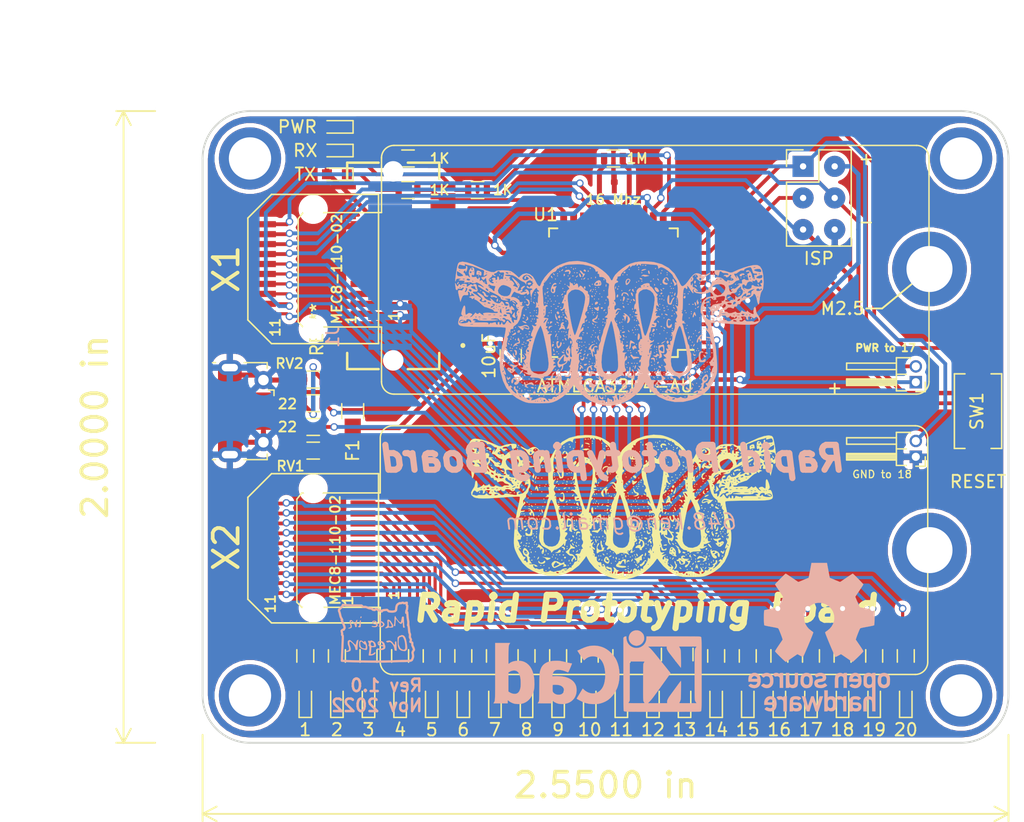
<source format=kicad_pcb>
(kicad_pcb (version 20171130) (host pcbnew "(5.1.10)-1")
  (title_block (title "Beetje 32U4 Blok") (date 2018-08-10) (rev 0.0) (company www.MakersBox.us) (comment 1 648.ken@gmail.com))
  (layers (0 F.Cu signal) (31 B.Cu signal) (34 B.Paste user) (35 F.Paste user) (36 B.SilkS user) (37 F.SilkS user) (38 B.Mask user) (39 F.Mask user) (44 Edge.Cuts user))
  (net 0 "")
  (net 1 GND)
  (net 2 /D4)
  (net 3 /D6)
  (net 4 /D8)
  (net 5 /D13)
  (net 6 /D12)
  (net 7 /D11)
  (net 8 /D10)
  (net 9 /D9)
  (net 10 /D7)
  (net 11 /A0)
  (net 12 /A1)
  (net 13 /A2)
  (net 14 /A3)
  (net 15 /A4)
  (net 16 /A5)
  (net 17 /SCK)
  (net 18 /MOSI)
  (net 19 /MISO)
  (net 20 /D5)
  (net 21 /RXLED)
  (net 22 /TXLED)
  (net 23 /~RESET)
  (net 24 /D+)
  (net 25 /D-)
  (net 26 "Net-(F1-Pad2)")
  (net 27 +5V)
  (net 28 "Net-(D4-Pad2)")
  (net 29 "Net-(R6-Pad2)")
  (net 30 "Net-(R7-Pad2)")
  (net 31 "Net-(R9-Pad2)")
  (net 32 "Net-(D1-Pad2)")
  (net 33 "Net-(D2-Pad2)")
  (net 34 "Net-(D3-Pad2)")
  (net 35 "Net-(D5-Pad2)")
  (net 36 "Net-(D6-Pad2)")
  (net 37 "Net-(D7-Pad2)")
  (net 38 "Net-(D8-Pad2)")
  (net 39 "Net-(D9-Pad2)")
  (net 40 "Net-(D10-Pad2)")
  (net 41 "Net-(D11-Pad2)")
  (net 42 "Net-(D12-Pad2)")
  (net 43 "Net-(D13-Pad2)")
  (net 44 "Net-(D14-Pad2)")
  (net 45 "Net-(D15-Pad2)")
  (net 46 "Net-(D16-Pad2)")
  (net 47 "Net-(D17-Pad2)")
  (net 48 "Net-(D18-Pad2)")
  (net 49 "Net-(D19-Pad2)")
  (net 50 "Net-(D20-Pad2)")
  (net 51 "Net-(D22-Pad1)")
  (net 52 "Net-(D23-Pad1)")
  (net 53 "Net-(J1-Pad2)")
  (net 54 "Net-(J1-Pad3)")
  (net 55 "Net-(R1-Pad2)")
  (net 56 "Net-(R2-Pad2)")
  (net 57 "Net-(R3-Pad2)")
  (net 58 "Net-(R4-Pad2)")
  (net 59 "Net-(R5-Pad2)")
  (net 60 "Net-(R8-Pad2)")
  (net 61 "Net-(R10-Pad2)")
  (net 62 "Net-(R11-Pad2)")
  (net 63 "Net-(R12-Pad2)")
  (net 64 "Net-(R13-Pad2)")
  (net 65 "Net-(R14-Pad2)")
  (net 66 "Net-(R15-Pad2)")
  (net 67 "Net-(R16-Pad2)")
  (net 68 "Net-(R17-Pad2)")
  (net 69 "Net-(R18-Pad2)")
  (net 70 "Net-(R19-Pad2)")
  (net 71 "Net-(R20-Pad2)")
  (net 72 "Net-(D21-Pad1)")
  (net 73 "Net-(R26-Pad2)")
  (net 74 "Net-(R26-Pad1)")
  (net 75 /D3_SCL)
  (net 76 /D2_SDA)
  (module footprints:SAMTEC_MEC8-113-02-X-D-RA1 (layer F.Cu) (at 122 88.65 90)
    (fp_text reference REF** (at -5.125 -6.135 90) (layer F.SilkS))
    (fp_text value SAMTEC_MEC8-113-02-X-D-RA1)
    (pad 26 smd rect (at 6.4 -4 90) (size 0.5 2) (layers F.Cu F.Paste F.Mask))
    (pad 25 smd rect (at 6.4 4 90) (size 0.5 2) (layers F.Cu F.Paste F.Mask))
    (pad 24 smd rect (at 5.6 -4 90) (size 0.5 2) (layers F.Cu F.Paste F.Mask))
    (pad 23 smd rect (at 5.6 4 90) (size 0.5 2) (layers F.Cu F.Paste F.Mask))
    (pad 22 smd rect (at 4.8 -4 90) (size 0.5 2) (layers F.Cu F.Paste F.Mask))
    (pad 21 smd rect (at 4.8 4 90) (size 0.5 2) (layers F.Cu F.Paste F.Mask))
    (pad None np_thru_hole circle (at 7.6 0 90) (size 1.65 1.65) (drill 1.65) (layers *.Cu *.Mask))
    (pad None np_thru_hole circle (at -7.6 0 90) (size 1.65 1.65) (drill 1.65) (layers *.Cu *.Mask))
    (pad 20 smd rect (at 4 -4 90) (size 0.5 2) (layers F.Cu F.Paste F.Mask))
    (pad 19 smd rect (at 4 4 90) (size 0.5 2) (layers F.Cu F.Paste F.Mask))
    (pad 18 smd rect (at 3.2 -4 90) (size 0.5 2) (layers F.Cu F.Paste F.Mask))
    (pad 17 smd rect (at 3.2 4 90) (size 0.5 2) (layers F.Cu F.Paste F.Mask))
    (pad 16 smd rect (at 2.4 -4 90) (size 0.5 2) (layers F.Cu F.Paste F.Mask))
    (pad 15 smd rect (at 2.4 4 90) (size 0.5 2) (layers F.Cu F.Paste F.Mask))
    (pad 14 smd rect (at 1.6 -4 90) (size 0.5 2) (layers F.Cu F.Paste F.Mask))
    (pad 13 smd rect (at 1.6 4 90) (size 0.5 2) (layers F.Cu F.Paste F.Mask))
    (pad 12 smd rect (at -2.4 -4 90) (size 0.5 2) (layers F.Cu F.Paste F.Mask))
    (pad 11 smd rect (at -2.4 4 90) (size 0.5 2) (layers F.Cu F.Paste F.Mask))
    (pad 10 smd rect (at -3.2 -4 90) (size 0.5 2) (layers F.Cu F.Paste F.Mask))
    (pad 9 smd rect (at -3.2 4 90) (size 0.5 2) (layers F.Cu F.Paste F.Mask))
    (pad 8 smd rect (at -4 -4 90) (size 0.5 2) (layers F.Cu F.Paste F.Mask))
    (pad 7 smd rect (at -4 4 90) (size 0.5 2) (layers F.Cu F.Paste F.Mask))
    (pad 6 smd rect (at -4.8 -4 90) (size 0.5 2) (layers F.Cu F.Paste F.Mask))
    (pad 5 smd rect (at -4.8 4 90) (size 0.5 2) (layers F.Cu F.Paste F.Mask))
    (pad 4 smd rect (at -5.6 -4 90) (size 0.5 2) (layers F.Cu F.Paste F.Mask))
    (pad 3 smd rect (at -5.6 4 90) (size 0.5 2) (layers F.Cu F.Paste F.Mask))
    (pad 2 smd rect (at -6.4 -4 90) (size 0.5 2) (layers F.Cu F.Paste F.Mask))
    (pad 1 smd rect (at -6.4 4 90) (size 0.5 2) (layers F.Cu F.Paste F.Mask))
  )
  (module footprints:MEC8-113-CARD (layer F.Cu) (at 119.5 98.75 90)
    (fp_text reference J1 (at 4.375 -2.365 90) (layer B.SilkS) (effects (justify mirror)))
    (fp_text value Conn_02x13_Top_Bottom)
    (pad 14 smd rect (at 3.6 2.25 90) (size 0.5 3.5) (layers F.Cu F.Paste F.Mask))
    (pad 1 smd rect (at 3.6 2.25 90) (size 0.5 3.5) (layers B.Cu B.Paste B.Mask))
    (pad 15 smd rect (at 4.4 2.25 90) (size 0.5 3.5) (layers F.Cu F.Paste F.Mask))
    (pad 2 smd rect (at 4.4 2.25 90) (size 0.5 3.5) (layers B.Cu B.Paste B.Mask))
    (pad 16 smd rect (at 5.2 2.25 90) (size 0.5 3.5) (layers F.Cu F.Paste F.Mask))
    (pad 3 smd rect (at 5.2 2.25 90) (size 0.5 3.5) (layers B.Cu B.Paste B.Mask))
    (pad 17 smd rect (at 6 2.25 90) (size 0.5 3.5) (layers F.Cu F.Paste F.Mask))
    (pad 4 smd rect (at 6 2.25 90) (size 0.5 3.5) (layers B.Cu B.Paste B.Mask))
    (pad 18 smd rect (at 6.8 2.25 90) (size 0.5 3.5) (layers F.Cu F.Paste F.Mask))
    (pad 5 smd rect (at 6.8 2.25 90) (size 0.5 3.5) (layers B.Cu B.Paste B.Mask))
    (pad 19 smd rect (at 7.6 2.25 90) (size 0.5 3.5) (layers F.Cu F.Paste F.Mask))
    (pad 6 smd rect (at 7.6 2.25 90) (size 0.5 3.5) (layers B.Cu B.Paste B.Mask))
    (pad 20 smd rect (at 11.6 2.25 90) (size 0.5 3.5) (layers F.Cu F.Paste F.Mask))
    (pad 7 smd rect (at 11.6 2.25 90) (size 0.5 3.5) (layers B.Cu B.Paste B.Mask))
    (pad 21 smd rect (at 12.4 2.25 90) (size 0.5 3.5) (layers F.Cu F.Paste F.Mask))
    (pad 8 smd rect (at 12.4 2.25 90) (size 0.5 3.5) (layers B.Cu B.Paste B.Mask))
    (pad 22 smd rect (at 13.2 2.25 90) (size 0.5 3.5) (layers F.Cu F.Paste F.Mask))
    (pad 9 smd rect (at 13.2 2.25 90) (size 0.5 3.5) (layers B.Cu B.Paste B.Mask))
    (pad 23 smd rect (at 14 2.25 90) (size 0.5 3.5) (layers F.Cu F.Paste F.Mask))
    (pad 10 smd rect (at 14 2.25 90) (size 0.5 3.5) (layers B.Cu B.Paste B.Mask))
    (pad 24 smd rect (at 14.8 2.25 90) (size 0.5 3.5) (layers F.Cu F.Paste F.Mask))
    (pad 11 smd rect (at 14.8 2.25 90) (size 0.5 3.5) (layers B.Cu B.Paste B.Mask))
    (pad 25 smd rect (at 15.6 2.25 90) (size 0.5 3.5) (layers F.Cu F.Paste F.Mask))
    (pad 12 smd rect (at 15.6 2.25 90) (size 0.5 3.5) (layers B.Cu B.Paste B.Mask))
    (pad 26 smd rect (at 16.4 2.25 90) (size 0.5 3.5) (layers F.Cu F.Paste F.Mask))
    (pad 13 smd rect (at 16.4 2.25 90) (size 0.5 3.5) (layers B.Cu B.Paste B.Mask))
  )
  (module footprints:Snake (layer F.Cu) (at 140.335 107.95)
    (fp_text reference SnakeBack1 hide)
    (fp_text value SYM_Arrow_Large hide)
  )
  (module Connector_PinHeader_1.27mm:PinHeader_1x02_P1.27mm_Horizontal (layer F.Cu) (at 164 104 180)
    (fp_text reference JP2 hide)
    (fp_text value "GND to 18" (at 2.71 -1.41) (layer F.SilkS) (effects (font (size 0.6 0.6) (thickness 0.1))))
    (pad 2 thru_hole oval (at 0 1.27 180) (size 1 1) (drill 0.65) (layers *.Cu *.Mask) (net 19 /MISO))
    (pad 1 thru_hole rect (at 0 0 180) (size 1 1) (drill 0.65) (layers *.Cu *.Mask) (net 1 GND))
  )
  (module footprints:MEC8_card (layer F.Cu) (at 116.560001 88.961999 90)
    (fp_text reference CardOutline2 hide)
    (fp_text value SYM_Arrow_Large)
    (fp_text user 1 (at -4.002001 2.057999 90) (layer F.SilkS) (effects (font (size 0.788008 0.788008))))
  )
  (module footprints:MEC8_card (layer F.Cu) (at 116.459 111.506 90)
    (fp_text reference CardOutline1 hide)
    (fp_text value SYM_Arrow_Large)
    (fp_text user 1 (at -4.064 1.905 90) (layer F.SilkS) (effects (font (size 0.788008 0.788008))))
  )
  (module footprints:SW_TS10-63-26-BE-250-SMT-TR (layer F.Cu) (at 169 100.33 90)
    (fp_text reference SW1 (at 0 -0.09 90) (layer F.SilkS))
    (fp_text value RESET (at -5.67 0) (layer F.SilkS))
    (pad 1 smd rect (at -3.25 0 90) (size 1.5 1.4) (layers F.Cu F.Paste F.Mask) (net 1 GND))
    (pad 2 smd rect (at 3.25 0 90) (size 1.5 1.4) (layers F.Cu F.Paste F.Mask) (net 23 /~RESET))
  )
  (module footprints:R_0603 (layer F.Cu) (at 123.19 82.55 180)
    (fp_text reference R22)
    (fp_text value 1K (at -2.54 0 180) (layer F.SilkS) (effects (font (size 0.8 0.8))))
    (pad 2 smd rect (at 0.75 0 180) (size 0.5 0.9) (layers F.Cu F.Paste F.Mask) (net 51 "Net-(D22-Pad1)"))
    (pad 1 smd rect (at -0.75 0 180) (size 0.5 0.9) (layers F.Cu F.Paste F.Mask) (net 22 /TXLED))
  )
  (module footprints:MEC8_top_bottom (layer F.Cu) (at 115.57 88.9 90)
    (fp_text reference X1 (at 0 -6.985 90) (layer F.SilkS) (effects (font (size 2 2) (thickness 0.3))))
    (fp_text value MEC8-110-02 (at 0 1.905 90) (layer F.SilkS) (effects (font (size 0.787685 0.787685))))
    (fp_text user 11 (at -4.699 -3.048 90) (layer F.SilkS) (effects (font (size 0.788882 0.788882))))
    (fp_text user 1 (at -3.77791 6.50502 90) (layer F.SilkS) (effects (font (size 0.788008 0.788008))))
    (pad None np_thru_hole circle (at 4.8 0 90) (size 1.65 1.65) (drill 1.65) (layers *.Cu *.Mask))
    (pad None np_thru_hole circle (at -4.8 0 90) (size 1.65 1.65) (drill 1.65) (layers *.Cu *.Mask))
    (pad 20 smd rect (at 3.6 -4 90) (size 0.5 2) (layers F.Cu F.Paste F.Mask) (net 19 /MISO))
    (pad 10 smd rect (at 3.6 4 90) (size 0.5 2) (layers F.Cu F.Paste F.Mask) (net 2 /D4))
    (pad 19 smd rect (at 2.8 -4 90) (size 0.5 2) (layers F.Cu F.Paste F.Mask) (net 18 /MOSI))
    (pad 9 smd rect (at 2.8 4 90) (size 0.5 2) (layers F.Cu F.Paste F.Mask) (net 6 /D12))
    (pad 18 smd rect (at 2 -4 90) (size 0.5 2) (layers F.Cu F.Paste F.Mask) (net 75 /D3_SCL))
    (pad 8 smd rect (at 2 4 90) (size 0.5 2) (layers F.Cu F.Paste F.Mask) (net 3 /D6))
    (pad 17 smd rect (at 1.2 -4 90) (size 0.5 2) (layers F.Cu F.Paste F.Mask) (net 76 /D2_SDA))
    (pad 7 smd rect (at 1.2 4 90) (size 0.5 2) (layers F.Cu F.Paste F.Mask) (net 4 /D8))
    (pad 16 smd rect (at 0.4 -4 90) (size 0.5 2) (layers F.Cu F.Paste F.Mask) (net 13 /A2))
    (pad 6 smd rect (at 0.4 4 90) (size 0.5 2) (layers F.Cu F.Paste F.Mask) (net 9 /D9))
    (pad 15 smd rect (at -0.4 -4 90) (size 0.5 2) (layers F.Cu F.Paste F.Mask) (net 14 /A3))
    (pad 5 smd rect (at -0.4 4 90) (size 0.5 2) (layers F.Cu F.Paste F.Mask) (net 8 /D10))
    (pad 14 smd rect (at -1.2 -4 90) (size 0.5 2) (layers F.Cu F.Paste F.Mask) (net 15 /A4))
    (pad 4 smd rect (at -1.2 4 90) (size 0.5 2) (layers F.Cu F.Paste F.Mask) (net 20 /D5))
    (pad 13 smd rect (at -2 -4 90) (size 0.5 2) (layers F.Cu F.Paste F.Mask) (net 16 /A5))
    (pad 3 smd rect (at -2 4 90) (size 0.5 2) (layers F.Cu F.Paste F.Mask) (net 5 /D13))
    (pad 12 smd rect (at -2.8 -4 90) (size 0.5 2) (layers F.Cu F.Paste F.Mask) (net 7 /D11))
    (pad 2 smd rect (at -2.8 4 90) (size 0.5 2) (layers F.Cu F.Paste F.Mask) (net 11 /A0))
    (pad 11 smd rect (at -3.6 -4 90) (size 0.5 2) (layers F.Cu F.Paste F.Mask) (net 10 /D7))
    (pad 1 smd rect (at -3.6 4 90) (size 0.5 2) (layers F.Cu F.Paste F.Mask) (net 12 /A1))
  )
  (module footprints:M25standoff (layer F.Cu) (at 165.1 88.9)
    (fp_text reference P5 hide)
    (fp_text value Standoff)
    (pad 1 thru_hole circle (at 0 0) (size 6 6) (drill 3.7) (layers *.Cu *.Mask))
  )
  (module footprints:M25standoff (layer F.Cu) (at 165.1 111.506)
    (fp_text reference P6 hide)
    (fp_text value Standoff)
    (pad 1 thru_hole circle (at 0 0) (size 6 6) (drill 3.7) (layers *.Cu *.Mask))
  )
  (module footprints:M3mount (layer F.Cu) (at 110.49 80.01)
    (fp_text reference P1 hide)
    (fp_text value M3)
    (pad 1 thru_hole circle (at 0 0) (size 5 5) (drill 3.4) (layers *.Cu *.Mask))
  )
  (module footprints:MEC8_top_bottom (layer F.Cu) (at 115.57 111.36 90)
    (fp_text reference X2 (at 0.11 -6.985 270) (layer F.SilkS) (effects (font (size 2 2) (thickness 0.3))))
    (fp_text value MEC8-110-02 (at -0.146 1.778 90) (layer F.SilkS) (effects (font (size 0.787685 0.787685))))
    (fp_text user 11 (at -4.464 -3.429 90) (layer F.SilkS) (effects (font (size 0.788882 0.788882))))
    (fp_text user 1 (at -3.77791 6.50502 90) (layer F.SilkS) (effects (font (size 0.788008 0.788008))))
    (pad None np_thru_hole circle (at 4.8 0 90) (size 1.65 1.65) (drill 1.65) (layers *.Cu *.Mask))
    (pad None np_thru_hole circle (at -4.8 0 90) (size 1.65 1.65) (drill 1.65) (layers *.Cu *.Mask))
    (pad 20 smd rect (at 3.6 -4 90) (size 0.5 2) (layers F.Cu F.Paste F.Mask) (net 71 "Net-(R20-Pad2)"))
    (pad 10 smd rect (at 3.6 4 90) (size 0.5 2) (layers F.Cu F.Paste F.Mask) (net 61 "Net-(R10-Pad2)"))
    (pad 19 smd rect (at 2.8 -4 90) (size 0.5 2) (layers F.Cu F.Paste F.Mask) (net 70 "Net-(R19-Pad2)"))
    (pad 9 smd rect (at 2.8 4 90) (size 0.5 2) (layers F.Cu F.Paste F.Mask) (net 31 "Net-(R9-Pad2)"))
    (pad 18 smd rect (at 2 -4 90) (size 0.5 2) (layers F.Cu F.Paste F.Mask) (net 69 "Net-(R18-Pad2)"))
    (pad 8 smd rect (at 2 4 90) (size 0.5 2) (layers F.Cu F.Paste F.Mask) (net 60 "Net-(R8-Pad2)"))
    (pad 17 smd rect (at 1.2 -4 90) (size 0.5 2) (layers F.Cu F.Paste F.Mask) (net 68 "Net-(R17-Pad2)"))
    (pad 7 smd rect (at 1.2 4 90) (size 0.5 2) (layers F.Cu F.Paste F.Mask) (net 30 "Net-(R7-Pad2)"))
    (pad 16 smd rect (at 0.4 -4 90) (size 0.5 2) (layers F.Cu F.Paste F.Mask) (net 67 "Net-(R16-Pad2)"))
    (pad 6 smd rect (at 0.4 4 90) (size 0.5 2) (layers F.Cu F.Paste F.Mask) (net 29 "Net-(R6-Pad2)"))
    (pad 15 smd rect (at -0.4 -4 90) (size 0.5 2) (layers F.Cu F.Paste F.Mask) (net 66 "Net-(R15-Pad2)"))
    (pad 5 smd rect (at -0.4 4 90) (size 0.5 2) (layers F.Cu F.Paste F.Mask) (net 59 "Net-(R5-Pad2)"))
    (pad 14 smd rect (at -1.2 -4 90) (size 0.5 2) (layers F.Cu F.Paste F.Mask) (net 65 "Net-(R14-Pad2)"))
    (pad 4 smd rect (at -1.2 4 90) (size 0.5 2) (layers F.Cu F.Paste F.Mask) (net 58 "Net-(R4-Pad2)"))
    (pad 13 smd rect (at -2 -4 90) (size 0.5 2) (layers F.Cu F.Paste F.Mask) (net 64 "Net-(R13-Pad2)"))
    (pad 3 smd rect (at -2 4 90) (size 0.5 2) (layers F.Cu F.Paste F.Mask) (net 57 "Net-(R3-Pad2)"))
    (pad 12 smd rect (at -2.8 -4 90) (size 0.5 2) (layers F.Cu F.Paste F.Mask) (net 63 "Net-(R12-Pad2)"))
    (pad 2 smd rect (at -2.8 4 90) (size 0.5 2) (layers F.Cu F.Paste F.Mask) (net 56 "Net-(R2-Pad2)"))
    (pad 11 smd rect (at -3.6 -4 90) (size 0.5 2) (layers F.Cu F.Paste F.Mask) (net 62 "Net-(R11-Pad2)"))
    (pad 1 smd rect (at -3.6 4 90) (size 0.5 2) (layers F.Cu F.Paste F.Mask) (net 55 "Net-(R1-Pad2)"))
  )
  (module footprints:LED_0603 (layer F.Cu) (at 114.935 123.66 90)
    (fp_text reference D1 hide)
    (fp_text value 1 (at -2.286 0 unlocked) (layer F.SilkS))
    (pad 1 smd rect (at -0.8 0 270) (size 0.8 0.8) (layers F.Cu F.Paste F.Mask) (net 1 GND))
    (pad 2 smd rect (at 0.8 0 270) (size 0.8 0.8) (layers F.Cu F.Paste F.Mask) (net 32 "Net-(D1-Pad2)"))
  )
  (module footprints:LED_0603 (layer F.Cu) (at 117.475 77.47 180)
    (fp_text reference D21 hide)
    (fp_text value PWR (at 3.175 0 unlocked) (layer F.SilkS))
    (pad 1 smd rect (at -0.8 0) (size 0.8 0.8) (layers F.Cu F.Paste F.Mask) (net 72 "Net-(D21-Pad1)"))
    (pad 2 smd rect (at 0.8 0) (size 0.8 0.8) (layers F.Cu F.Paste F.Mask) (net 27 +5V))
  )
  (module footprints:LED_0603 (layer F.Cu) (at 117.475 81.28 180)
    (fp_text reference D22 hide)
    (fp_text value TX (at 2.54 0 unlocked) (layer F.SilkS))
    (pad 1 smd rect (at -0.8 0) (size 0.8 0.8) (layers F.Cu F.Paste F.Mask) (net 51 "Net-(D22-Pad1)"))
    (pad 2 smd rect (at 0.8 0) (size 0.8 0.8) (layers F.Cu F.Paste F.Mask) (net 27 +5V))
  )
  (module footprints:LED_0603 (layer F.Cu) (at 117.475 79.375 180)
    (fp_text reference D23 hide)
    (fp_text value RX (at 2.54 0 unlocked) (layer F.SilkS))
    (pad 1 smd rect (at -0.8 0) (size 0.8 0.8) (layers F.Cu F.Paste F.Mask) (net 52 "Net-(D23-Pad1)"))
    (pad 2 smd rect (at 0.8 0) (size 0.8 0.8) (layers F.Cu F.Paste F.Mask) (net 27 +5V))
  )
  (module footprints:LED_0603 (layer F.Cu) (at 140.335 123.66 90)
    (fp_text reference D11 hide)
    (fp_text value 11 (at -2.286 0 unlocked) (layer F.SilkS))
    (pad 1 smd rect (at -0.8 0 270) (size 0.8 0.8) (layers F.Cu F.Paste F.Mask) (net 1 GND))
    (pad 2 smd rect (at 0.8 0 270) (size 0.8 0.8) (layers F.Cu F.Paste F.Mask) (net 41 "Net-(D11-Pad2)"))
  )
  (module footprints:LED_0603 (layer F.Cu) (at 117.475 123.66 90)
    (fp_text reference D2 hide)
    (fp_text value 2 (at -2.286 0 unlocked) (layer F.SilkS))
    (pad 1 smd rect (at -0.8 0 270) (size 0.8 0.8) (layers F.Cu F.Paste F.Mask) (net 1 GND))
    (pad 2 smd rect (at 0.8 0 270) (size 0.8 0.8) (layers F.Cu F.Paste F.Mask) (net 33 "Net-(D2-Pad2)"))
  )
  (module footprints:LED_0603 (layer F.Cu) (at 142.875 123.66 90)
    (fp_text reference D12 hide)
    (fp_text value 12 (at -2.286 0 unlocked) (layer F.SilkS))
    (pad 1 smd rect (at -0.8 0 270) (size 0.8 0.8) (layers F.Cu F.Paste F.Mask) (net 1 GND))
    (pad 2 smd rect (at 0.8 0 270) (size 0.8 0.8) (layers F.Cu F.Paste F.Mask) (net 42 "Net-(D12-Pad2)"))
  )
  (module footprints:LED_0603 (layer F.Cu) (at 120.015 123.66 90)
    (fp_text reference D3 hide)
    (fp_text value 3 (at -2.286 0 unlocked) (layer F.SilkS))
    (pad 1 smd rect (at -0.8 0 270) (size 0.8 0.8) (layers F.Cu F.Paste F.Mask) (net 1 GND))
    (pad 2 smd rect (at 0.8 0 270) (size 0.8 0.8) (layers F.Cu F.Paste F.Mask) (net 34 "Net-(D3-Pad2)"))
  )
  (module footprints:LED_0603 (layer F.Cu) (at 145.415 123.66 90)
    (fp_text reference D13 hide)
    (fp_text value 13 (at -2.286 0 unlocked) (layer F.SilkS))
    (pad 1 smd rect (at -0.8 0 270) (size 0.8 0.8) (layers F.Cu F.Paste F.Mask) (net 1 GND))
    (pad 2 smd rect (at 0.8 0 270) (size 0.8 0.8) (layers F.Cu F.Paste F.Mask) (net 43 "Net-(D13-Pad2)"))
  )
  (module footprints:LED_0603 (layer F.Cu) (at 122.555 123.66 90)
    (fp_text reference D4 hide)
    (fp_text value 4 (at -2.286 0 unlocked) (layer F.SilkS))
    (pad 1 smd rect (at -0.8 0 270) (size 0.8 0.8) (layers F.Cu F.Paste F.Mask) (net 1 GND))
    (pad 2 smd rect (at 0.8 0 270) (size 0.8 0.8) (layers F.Cu F.Paste F.Mask) (net 28 "Net-(D4-Pad2)"))
  )
  (module footprints:LED_0603 (layer F.Cu) (at 147.955 123.66 90)
    (fp_text reference D14 hide)
    (fp_text value 14 (at -2.286 0 unlocked) (layer F.SilkS))
    (pad 1 smd rect (at -0.8 0 270) (size 0.8 0.8) (layers F.Cu F.Paste F.Mask) (net 1 GND))
    (pad 2 smd rect (at 0.8 0 270) (size 0.8 0.8) (layers F.Cu F.Paste F.Mask) (net 44 "Net-(D14-Pad2)"))
  )
  (module footprints:LED_0603 (layer F.Cu) (at 125.095 123.66 90)
    (fp_text reference D5 hide)
    (fp_text value 5 (at -2.286 0 unlocked) (layer F.SilkS))
    (pad 1 smd rect (at -0.8 0 270) (size 0.8 0.8) (layers F.Cu F.Paste F.Mask) (net 1 GND))
    (pad 2 smd rect (at 0.8 0 270) (size 0.8 0.8) (layers F.Cu F.Paste F.Mask) (net 35 "Net-(D5-Pad2)"))
  )
  (module footprints:LED_0603 (layer F.Cu) (at 150.495 123.66 90)
    (fp_text reference D15 hide)
    (fp_text value 15 (at -2.286 0 unlocked) (layer F.SilkS))
    (pad 1 smd rect (at -0.8 0 270) (size 0.8 0.8) (layers F.Cu F.Paste F.Mask) (net 1 GND))
    (pad 2 smd rect (at 0.8 0 270) (size 0.8 0.8) (layers F.Cu F.Paste F.Mask) (net 45 "Net-(D15-Pad2)"))
  )
  (module footprints:LED_0603 (layer F.Cu) (at 127.635 123.66 90)
    (fp_text reference D6 hide)
    (fp_text value 6 (at -2.286 0 unlocked) (layer F.SilkS))
    (pad 1 smd rect (at -0.8 0 270) (size 0.8 0.8) (layers F.Cu F.Paste F.Mask) (net 1 GND))
    (pad 2 smd rect (at 0.8 0 270) (size 0.8 0.8) (layers F.Cu F.Paste F.Mask) (net 36 "Net-(D6-Pad2)"))
  )
  (module footprints:LED_0603 (layer F.Cu) (at 153.035 123.66 90)
    (fp_text reference D16 hide)
    (fp_text value 16 (at -2.286 0 unlocked) (layer F.SilkS))
    (pad 1 smd rect (at -0.8 0 270) (size 0.8 0.8) (layers F.Cu F.Paste F.Mask) (net 1 GND))
    (pad 2 smd rect (at 0.8 0 270) (size 0.8 0.8) (layers F.Cu F.Paste F.Mask) (net 46 "Net-(D16-Pad2)"))
  )
  (module footprints:LED_0603 (layer F.Cu) (at 130.175 123.66 90)
    (fp_text reference D7 hide)
    (fp_text value 7 (at -2.286 0 unlocked) (layer F.SilkS))
    (pad 1 smd rect (at -0.8 0 270) (size 0.8 0.8) (layers F.Cu F.Paste F.Mask) (net 1 GND))
    (pad 2 smd rect (at 0.8 0 270) (size 0.8 0.8) (layers F.Cu F.Paste F.Mask) (net 37 "Net-(D7-Pad2)"))
  )
  (module footprints:LED_0603 (layer F.Cu) (at 155.575 123.66 90)
    (fp_text reference D17 hide)
    (fp_text value 17 (at -2.286 0 unlocked) (layer F.SilkS))
    (pad 1 smd rect (at -0.8 0 270) (size 0.8 0.8) (layers F.Cu F.Paste F.Mask) (net 1 GND))
    (pad 2 smd rect (at 0.8 0 270) (size 0.8 0.8) (layers F.Cu F.Paste F.Mask) (net 47 "Net-(D17-Pad2)"))
  )
  (module footprints:LED_0603 (layer F.Cu) (at 132.715 123.66 90)
    (fp_text reference D8 hide)
    (fp_text value 8 (at -2.286 0 unlocked) (layer F.SilkS))
    (pad 1 smd rect (at -0.8 0 270) (size 0.8 0.8) (layers F.Cu F.Paste F.Mask) (net 1 GND))
    (pad 2 smd rect (at 0.8 0 270) (size 0.8 0.8) (layers F.Cu F.Paste F.Mask) (net 38 "Net-(D8-Pad2)"))
  )
  (module footprints:LED_0603 (layer F.Cu) (at 158.115 123.66 90)
    (fp_text reference D18 hide)
    (fp_text value 18 (at -2.286 0 unlocked) (layer F.SilkS))
    (pad 1 smd rect (at -0.8 0 270) (size 0.8 0.8) (layers F.Cu F.Paste F.Mask) (net 1 GND))
    (pad 2 smd rect (at 0.8 0 270) (size 0.8 0.8) (layers F.Cu F.Paste F.Mask) (net 48 "Net-(D18-Pad2)"))
  )
  (module footprints:LED_0603 (layer F.Cu) (at 135.255 123.66 90)
    (fp_text reference D9 hide)
    (fp_text value 9 (at -2.286 0 unlocked) (layer F.SilkS))
    (pad 1 smd rect (at -0.8 0 270) (size 0.8 0.8) (layers F.Cu F.Paste F.Mask) (net 1 GND))
    (pad 2 smd rect (at 0.8 0 270) (size 0.8 0.8) (layers F.Cu F.Paste F.Mask) (net 39 "Net-(D9-Pad2)"))
  )
  (module footprints:LED_0603 (layer F.Cu) (at 160.655 123.66 90)
    (fp_text reference D19 hide)
    (fp_text value 19 (at -2.286 0 unlocked) (layer F.SilkS))
    (pad 1 smd rect (at -0.8 0 270) (size 0.8 0.8) (layers F.Cu F.Paste F.Mask) (net 1 GND))
    (pad 2 smd rect (at 0.8 0 270) (size 0.8 0.8) (layers F.Cu F.Paste F.Mask) (net 49 "Net-(D19-Pad2)"))
  )
  (module footprints:LED_0603 (layer F.Cu) (at 137.795 123.66 90)
    (fp_text reference D10 hide)
    (fp_text value 10 (at -2.286 0 unlocked) (layer F.SilkS))
    (pad 1 smd rect (at -0.8 0 270) (size 0.8 0.8) (layers F.Cu F.Paste F.Mask) (net 1 GND))
    (pad 2 smd rect (at 0.8 0 270) (size 0.8 0.8) (layers F.Cu F.Paste F.Mask) (net 40 "Net-(D10-Pad2)"))
  )
  (module footprints:LED_0603 (layer F.Cu) (at 163.195 123.66 90)
    (fp_text reference D20 hide)
    (fp_text value 20 (at -2.286 0 unlocked) (layer F.SilkS))
    (pad 1 smd rect (at -0.8 0 270) (size 0.8 0.8) (layers F.Cu F.Paste F.Mask) (net 1 GND))
    (pad 2 smd rect (at 0.8 0 270) (size 0.8 0.8) (layers F.Cu F.Paste F.Mask) (net 50 "Net-(D20-Pad2)"))
  )
  (module footprints:R_0603 (layer F.Cu) (at 140.335 120.015 90)
    (fp_text reference R11)
    (fp_text value 1K)
    (pad 2 smd rect (at 0.75 0 90) (size 0.5 0.9) (layers F.Cu F.Paste F.Mask) (net 62 "Net-(R11-Pad2)"))
    (pad 1 smd rect (at -0.75 0 90) (size 0.5 0.9) (layers F.Cu F.Paste F.Mask) (net 41 "Net-(D11-Pad2)"))
  )
  (module footprints:R_0603 (layer F.Cu) (at 123.19 80.01)
    (fp_text reference R21)
    (fp_text value 1K (at 2.54 0 180) (layer F.SilkS) (effects (font (size 0.8 0.8))))
    (pad 2 smd rect (at 0.75 0) (size 0.5 0.9) (layers F.Cu F.Paste F.Mask) (net 1 GND))
    (pad 1 smd rect (at -0.75 0) (size 0.5 0.9) (layers F.Cu F.Paste F.Mask) (net 72 "Net-(D21-Pad1)"))
  )
  (module footprints:R_0603 (layer F.Cu) (at 128.778 82.55 180)
    (fp_text reference R23)
    (fp_text value 1K (at -2.032 0 180) (layer F.SilkS) (effects (font (size 0.8 0.8))))
    (pad 2 smd rect (at 0.75 0 180) (size 0.5 0.9) (layers F.Cu F.Paste F.Mask) (net 52 "Net-(D23-Pad1)"))
    (pad 1 smd rect (at -0.75 0 180) (size 0.5 0.9) (layers F.Cu F.Paste F.Mask) (net 21 /RXLED))
  )
  (module footprints:R_0603 (layer F.Cu) (at 115.57 101.6 180)
    (fp_text reference R24 hide)
    (fp_text value 22 (at 2.07 0 180) (layer F.SilkS) (effects (font (size 0.8 0.8))))
    (pad 2 smd rect (at 0.75 0 180) (size 0.5 0.9) (layers F.Cu F.Paste F.Mask) (net 54 "Net-(J1-Pad3)"))
    (pad 1 smd rect (at -0.75 0 180) (size 0.5 0.9) (layers F.Cu F.Paste F.Mask) (net 24 /D+))
  )
  (module footprints:R_0603 (layer F.Cu) (at 115.57 99.695 180)
    (fp_text reference R25)
    (fp_text value 22 (at 2.07 -0.055 180) (layer F.SilkS) (effects (font (size 0.8 0.8))))
    (pad 2 smd rect (at 0.75 0 180) (size 0.5 0.9) (layers F.Cu F.Paste F.Mask) (net 53 "Net-(J1-Pad2)"))
    (pad 1 smd rect (at -0.75 0 180) (size 0.5 0.9) (layers F.Cu F.Paste F.Mask) (net 25 /D-))
  )
  (module footprints:R_0603 (layer F.Cu) (at 139.7 80.01 180)
    (fp_text reference R26)
    (fp_text value 1M (at -1.905 0 180) (layer F.SilkS) (effects (font (size 0.8 0.8))))
    (pad 2 smd rect (at 0.75 0 180) (size 0.5 0.9) (layers F.Cu F.Paste F.Mask) (net 73 "Net-(R26-Pad2)"))
    (pad 1 smd rect (at -0.75 0 180) (size 0.5 0.9) (layers F.Cu F.Paste F.Mask) (net 74 "Net-(R26-Pad1)"))
  )
  (module footprints:R_0603 (layer F.Cu) (at 115.57 103.505 180)
    (fp_text reference RV1 (at 1.82 -1.245 180) (layer F.SilkS) (effects (font (size 0.8 0.8))))
    (fp_text value Varistor)
    (pad 2 smd rect (at 0.75 0 180) (size 0.5 0.9) (layers F.Cu F.Paste F.Mask) (net 1 GND))
    (pad 1 smd rect (at -0.75 0 180) (size 0.5 0.9) (layers F.Cu F.Paste F.Mask) (net 54 "Net-(J1-Pad3)"))
  )
  (module footprints:R_0603 (layer F.Cu) (at 115.57 97.79 180)
    (fp_text reference RV2 (at 1.905 1.29 180) (layer F.SilkS) (effects (font (size 0.8 0.8))))
    (fp_text value Varistor)
    (pad 2 smd rect (at 0.75 0 180) (size 0.5 0.9) (layers F.Cu F.Paste F.Mask) (net 1 GND))
    (pad 1 smd rect (at -0.75 0 180) (size 0.5 0.9) (layers F.Cu F.Paste F.Mask) (net 53 "Net-(J1-Pad2)"))
  )
  (module footprints:R_0603 (layer F.Cu) (at 114.935 120.015 90)
    (fp_text reference R1)
    (fp_text value 1K)
    (pad 2 smd rect (at 0.75 0 90) (size 0.5 0.9) (layers F.Cu F.Paste F.Mask) (net 55 "Net-(R1-Pad2)"))
    (pad 1 smd rect (at -0.75 0 90) (size 0.5 0.9) (layers F.Cu F.Paste F.Mask) (net 32 "Net-(D1-Pad2)"))
  )
  (module footprints:R_0603 (layer F.Cu) (at 117.475 120.015 90)
    (fp_text reference R2)
    (fp_text value 1K)
    (pad 2 smd rect (at 0.75 0 90) (size 0.5 0.9) (layers F.Cu F.Paste F.Mask) (net 56 "Net-(R2-Pad2)"))
    (pad 1 smd rect (at -0.75 0 90) (size 0.5 0.9) (layers F.Cu F.Paste F.Mask) (net 33 "Net-(D2-Pad2)"))
  )
  (module footprints:R_0603 (layer F.Cu) (at 142.875 119.9 90)
    (fp_text reference R12)
    (fp_text value 1K)
    (pad 2 smd rect (at 0.75 0 90) (size 0.5 0.9) (layers F.Cu F.Paste F.Mask) (net 63 "Net-(R12-Pad2)"))
    (pad 1 smd rect (at -0.75 0 90) (size 0.5 0.9) (layers F.Cu F.Paste F.Mask) (net 42 "Net-(D12-Pad2)"))
  )
  (module footprints:R_0603 (layer F.Cu) (at 120.015 120.015 90)
    (fp_text reference R3)
    (fp_text value 1K)
    (pad 2 smd rect (at 0.75 0 90) (size 0.5 0.9) (layers F.Cu F.Paste F.Mask) (net 57 "Net-(R3-Pad2)"))
    (pad 1 smd rect (at -0.75 0 90) (size 0.5 0.9) (layers F.Cu F.Paste F.Mask) (net 34 "Net-(D3-Pad2)"))
  )
  (module footprints:R_0603 (layer F.Cu) (at 145.415 119.9 90)
    (fp_text reference R13)
    (fp_text value 1K)
    (pad 2 smd rect (at 0.75 0 90) (size 0.5 0.9) (layers F.Cu F.Paste F.Mask) (net 64 "Net-(R13-Pad2)"))
    (pad 1 smd rect (at -0.75 0 90) (size 0.5 0.9) (layers F.Cu F.Paste F.Mask) (net 43 "Net-(D13-Pad2)"))
  )
  (module footprints:R_0603 (layer F.Cu) (at 122.555 120.015 90)
    (fp_text reference R4)
    (fp_text value 1K)
    (pad 2 smd rect (at 0.75 0 90) (size 0.5 0.9) (layers F.Cu F.Paste F.Mask) (net 58 "Net-(R4-Pad2)"))
    (pad 1 smd rect (at -0.75 0 90) (size 0.5 0.9) (layers F.Cu F.Paste F.Mask) (net 28 "Net-(D4-Pad2)"))
  )
  (module footprints:R_0603 (layer F.Cu) (at 147.955 120.015 90)
    (fp_text reference R14)
    (fp_text value 1K)
    (pad 2 smd rect (at 0.75 0 90) (size 0.5 0.9) (layers F.Cu F.Paste F.Mask) (net 65 "Net-(R14-Pad2)"))
    (pad 1 smd rect (at -0.75 0 90) (size 0.5 0.9) (layers F.Cu F.Paste F.Mask) (net 44 "Net-(D14-Pad2)"))
  )
  (module footprints:R_0603 (layer F.Cu) (at 125.095 120.015 90)
    (fp_text reference R5)
    (fp_text value 1K)
    (pad 2 smd rect (at 0.75 0 90) (size 0.5 0.9) (layers F.Cu F.Paste F.Mask) (net 59 "Net-(R5-Pad2)"))
    (pad 1 smd rect (at -0.75 0 90) (size 0.5 0.9) (layers F.Cu F.Paste F.Mask) (net 35 "Net-(D5-Pad2)"))
  )
  (module footprints:R_0603 (layer F.Cu) (at 150.495 120.015 90)
    (fp_text reference R15)
    (fp_text value 1K)
    (pad 2 smd rect (at 0.75 0 90) (size 0.5 0.9) (layers F.Cu F.Paste F.Mask) (net 66 "Net-(R15-Pad2)"))
    (pad 1 smd rect (at -0.75 0 90) (size 0.5 0.9) (layers F.Cu F.Paste F.Mask) (net 45 "Net-(D15-Pad2)"))
  )
  (module footprints:R_0603 (layer F.Cu) (at 127.635 120.015 90)
    (fp_text reference R6)
    (fp_text value 1K)
    (pad 2 smd rect (at 0.75 0 90) (size 0.5 0.9) (layers F.Cu F.Paste F.Mask) (net 29 "Net-(R6-Pad2)"))
    (pad 1 smd rect (at -0.75 0 90) (size 0.5 0.9) (layers F.Cu F.Paste F.Mask) (net 36 "Net-(D6-Pad2)"))
  )
  (module footprints:R_0603 (layer F.Cu) (at 153.035 120.015 90)
    (fp_text reference R16)
    (fp_text value 1K)
    (pad 2 smd rect (at 0.75 0 90) (size 0.5 0.9) (layers F.Cu F.Paste F.Mask) (net 67 "Net-(R16-Pad2)"))
    (pad 1 smd rect (at -0.75 0 90) (size 0.5 0.9) (layers F.Cu F.Paste F.Mask) (net 46 "Net-(D16-Pad2)"))
  )
  (module footprints:R_0603 (layer F.Cu) (at 130.175 120.015 90)
    (fp_text reference R7)
    (fp_text value 1K)
    (pad 2 smd rect (at 0.75 0 90) (size 0.5 0.9) (layers F.Cu F.Paste F.Mask) (net 30 "Net-(R7-Pad2)"))
    (pad 1 smd rect (at -0.75 0 90) (size 0.5 0.9) (layers F.Cu F.Paste F.Mask) (net 37 "Net-(D7-Pad2)"))
  )
  (module footprints:R_0603 (layer F.Cu) (at 155.575 120.015 90)
    (fp_text reference R17)
    (fp_text value 1K)
    (pad 2 smd rect (at 0.75 0 90) (size 0.5 0.9) (layers F.Cu F.Paste F.Mask) (net 68 "Net-(R17-Pad2)"))
    (pad 1 smd rect (at -0.75 0 90) (size 0.5 0.9) (layers F.Cu F.Paste F.Mask) (net 47 "Net-(D17-Pad2)"))
  )
  (module footprints:R_0603 (layer F.Cu) (at 132.715 120.015 90)
    (fp_text reference R8)
    (fp_text value 1K)
    (pad 2 smd rect (at 0.75 0 90) (size 0.5 0.9) (layers F.Cu F.Paste F.Mask) (net 60 "Net-(R8-Pad2)"))
    (pad 1 smd rect (at -0.75 0 90) (size 0.5 0.9) (layers F.Cu F.Paste F.Mask) (net 38 "Net-(D8-Pad2)"))
  )
  (module footprints:R_0603 (layer F.Cu) (at 158.115 120.015 90)
    (fp_text reference R18)
    (fp_text value 1K)
    (pad 2 smd rect (at 0.75 0 90) (size 0.5 0.9) (layers F.Cu F.Paste F.Mask) (net 69 "Net-(R18-Pad2)"))
    (pad 1 smd rect (at -0.75 0 90) (size 0.5 0.9) (layers F.Cu F.Paste F.Mask) (net 48 "Net-(D18-Pad2)"))
  )
  (module footprints:R_0603 (layer F.Cu) (at 135.255 120.015 90)
    (fp_text reference R9)
    (fp_text value 1K)
    (pad 2 smd rect (at 0.75 0 90) (size 0.5 0.9) (layers F.Cu F.Paste F.Mask) (net 31 "Net-(R9-Pad2)"))
    (pad 1 smd rect (at -0.75 0 90) (size 0.5 0.9) (layers F.Cu F.Paste F.Mask) (net 39 "Net-(D9-Pad2)"))
  )
  (module footprints:R_0603 (layer F.Cu) (at 160.655 120.015 90)
    (fp_text reference R19)
    (fp_text value 1K)
    (pad 2 smd rect (at 0.75 0 90) (size 0.5 0.9) (layers F.Cu F.Paste F.Mask) (net 70 "Net-(R19-Pad2)"))
    (pad 1 smd rect (at -0.75 0 90) (size 0.5 0.9) (layers F.Cu F.Paste F.Mask) (net 49 "Net-(D19-Pad2)"))
  )
  (module footprints:R_0603 (layer F.Cu) (at 137.795 120.015 90)
    (fp_text reference R10)
    (fp_text value 1K)
    (pad 2 smd rect (at 0.75 0 90) (size 0.5 0.9) (layers F.Cu F.Paste F.Mask) (net 61 "Net-(R10-Pad2)"))
    (pad 1 smd rect (at -0.75 0 90) (size 0.5 0.9) (layers F.Cu F.Paste F.Mask) (net 40 "Net-(D10-Pad2)"))
  )
  (module footprints:R_0603 (layer F.Cu) (at 163.195 120.015 90)
    (fp_text reference R20)
    (fp_text value 1K)
    (pad 2 smd rect (at 0.75 0 90) (size 0.5 0.9) (layers F.Cu F.Paste F.Mask) (net 71 "Net-(R20-Pad2)"))
    (pad 1 smd rect (at -0.75 0 90) (size 0.5 0.9) (layers F.Cu F.Paste F.Mask) (net 50 "Net-(D20-Pad2)"))
  )
  (module footprints:Pin_Header_Straight_2x03_Pitch2.54mm (layer F.Cu) (at 154.94 80.645)
    (fp_text reference J2 hide)
    (fp_text value ISP (at 1.27 7.41) (layer F.SilkS))
    (pad 6 thru_hole oval (at 2.54 5.08) (size 1.7 1.7) (drill 0.508) (layers *.Cu *.Mask) (net 1 GND))
    (pad 5 thru_hole oval (at 0 5.08) (size 1.7 1.7) (drill 0.508) (layers *.Cu *.Mask) (net 23 /~RESET))
    (pad 4 thru_hole oval (at 2.54 2.54) (size 1.7 1.7) (drill 0.508) (layers *.Cu *.Mask) (net 18 /MOSI))
    (pad 3 thru_hole oval (at 0 2.54) (size 1.7 1.7) (drill 0.508) (layers *.Cu *.Mask) (net 17 /SCK))
    (pad 2 thru_hole oval (at 2.54 0) (size 1.7 1.7) (drill 0.508) (layers *.Cu *.Mask) (net 27 +5V))
    (pad 1 thru_hole rect (at 0 0) (size 1.7 1.7) (drill 0.508) (layers *.Cu *.Mask) (net 19 /MISO))
  )
  (module footprints:Resonator_SMD_CTSC_1.3mmx3.2mm (layer F.Cu) (at 139.77 81.915)
    (fp_text reference Y1 hide)
    (fp_text value "16 Mhz" (at -0.07 1.397) (layer F.SilkS) (effects (font (size 0.8 0.8))))
    (pad 3 smd rect (at 1.2 0) (size 0.4 1.8) (layers F.Cu F.Paste F.Mask) (net 74 "Net-(R26-Pad1)"))
    (pad 2 smd rect (at 0 0) (size 0.4 1.8) (layers F.Cu F.Paste F.Mask) (net 1 GND))
    (pad 1 smd rect (at -1.2 0) (size 0.4 1.8) (layers F.Cu F.Paste F.Mask) (net 73 "Net-(R26-Pad2)"))
  )
  (module footprints:TQFP-44_10x10mm_Pitch0.8mm (layer F.Cu) (at 139.7 90.805 180)
    (fp_text reference U1 (at 5.45 6.27 180) (layer F.SilkS))
    (fp_text value ATMEGA32U4-AU (at -0.127 -7.493 180) (layer F.SilkS))
    (pad 1 smd rect (at -5.7 -4 180) (size 1.5 0.55) (layers F.Cu F.Paste F.Mask) (net 10 /D7))
    (pad 2 smd rect (at -5.7 -3.2 180) (size 1.5 0.55) (layers F.Cu F.Paste F.Mask))
    (pad 3 smd rect (at -5.7 -2.4 180) (size 1.5 0.55) (layers F.Cu F.Paste F.Mask) (net 25 /D-))
    (pad 4 smd rect (at -5.7 -1.6 180) (size 1.5 0.55) (layers F.Cu F.Paste F.Mask) (net 24 /D+))
    (pad 5 smd rect (at -5.7 -0.8 180) (size 1.5 0.55) (layers F.Cu F.Paste F.Mask) (net 1 GND))
    (pad 6 smd rect (at -5.7 0 180) (size 1.5 0.55) (layers F.Cu F.Paste F.Mask) (net 27 +5V))
    (pad 7 smd rect (at -5.7 0.8 180) (size 1.5 0.55) (layers F.Cu F.Paste F.Mask) (net 27 +5V))
    (pad 8 smd rect (at -5.7 1.6 180) (size 1.5 0.55) (layers F.Cu F.Paste F.Mask) (net 21 /RXLED))
    (pad 9 smd rect (at -5.7 2.4 180) (size 1.5 0.55) (layers F.Cu F.Paste F.Mask) (net 17 /SCK))
    (pad 10 smd rect (at -5.7 3.2 180) (size 1.5 0.55) (layers F.Cu F.Paste F.Mask) (net 18 /MOSI))
    (pad 11 smd rect (at -5.7 4 180) (size 1.5 0.55) (layers F.Cu F.Paste F.Mask) (net 19 /MISO))
    (pad 12 smd rect (at -4 5.7 270) (size 1.5 0.55) (layers F.Cu F.Paste F.Mask) (net 7 /D11))
    (pad 13 smd rect (at -3.2 5.7 270) (size 1.5 0.55) (layers F.Cu F.Paste F.Mask) (net 23 /~RESET))
    (pad 14 smd rect (at -2.4 5.7 270) (size 1.5 0.55) (layers F.Cu F.Paste F.Mask) (net 27 +5V))
    (pad 15 smd rect (at -1.6 5.7 270) (size 1.5 0.55) (layers F.Cu F.Paste F.Mask) (net 1 GND))
    (pad 16 smd rect (at -0.8 5.7 270) (size 1.5 0.55) (layers F.Cu F.Paste F.Mask) (net 74 "Net-(R26-Pad1)"))
    (pad 17 smd rect (at 0 5.7 270) (size 1.5 0.55) (layers F.Cu F.Paste F.Mask) (net 73 "Net-(R26-Pad2)"))
    (pad 18 smd rect (at 0.8 5.7 270) (size 1.5 0.55) (layers F.Cu F.Paste F.Mask) (net 75 /D3_SCL))
    (pad 19 smd rect (at 1.6 5.7 270) (size 1.5 0.55) (layers F.Cu F.Paste F.Mask) (net 76 /D2_SDA))
    (pad 20 smd rect (at 2.4 5.7 270) (size 1.5 0.55) (layers F.Cu F.Paste F.Mask))
    (pad 21 smd rect (at 3.2 5.7 270) (size 1.5 0.55) (layers F.Cu F.Paste F.Mask))
    (pad 22 smd rect (at 4 5.7 270) (size 1.5 0.55) (layers F.Cu F.Paste F.Mask) (net 22 /TXLED))
    (pad 23 smd rect (at 5.7 4 180) (size 1.5 0.55) (layers F.Cu F.Paste F.Mask) (net 1 GND))
    (pad 24 smd rect (at 5.7 3.2 180) (size 1.5 0.55) (layers F.Cu F.Paste F.Mask) (net 27 +5V))
    (pad 25 smd rect (at 5.7 2.4 180) (size 1.5 0.55) (layers F.Cu F.Paste F.Mask) (net 2 /D4))
    (pad 26 smd rect (at 5.7 1.6 180) (size 1.5 0.55) (layers F.Cu F.Paste F.Mask) (net 6 /D12))
    (pad 27 smd rect (at 5.7 0.8 180) (size 1.5 0.55) (layers F.Cu F.Paste F.Mask) (net 3 /D6))
    (pad 28 smd rect (at 5.7 0 180) (size 1.5 0.55) (layers F.Cu F.Paste F.Mask) (net 4 /D8))
    (pad 29 smd rect (at 5.7 -0.8 180) (size 1.5 0.55) (layers F.Cu F.Paste F.Mask) (net 9 /D9))
    (pad 30 smd rect (at 5.7 -1.6 180) (size 1.5 0.55) (layers F.Cu F.Paste F.Mask) (net 8 /D10))
    (pad 31 smd rect (at 5.7 -2.4 180) (size 1.5 0.55) (layers F.Cu F.Paste F.Mask) (net 20 /D5))
    (pad 32 smd rect (at 5.7 -3.2 180) (size 1.5 0.55) (layers F.Cu F.Paste F.Mask) (net 5 /D13))
    (pad 33 smd rect (at 5.7 -4 180) (size 1.5 0.55) (layers F.Cu F.Paste F.Mask) (net 27 +5V))
    (pad 34 smd rect (at 4 -5.7 270) (size 1.5 0.55) (layers F.Cu F.Paste F.Mask) (net 27 +5V))
    (pad 35 smd rect (at 3.2 -5.7 270) (size 1.5 0.55) (layers F.Cu F.Paste F.Mask) (net 1 GND))
    (pad 36 smd rect (at 2.4 -5.7 270) (size 1.5 0.55) (layers F.Cu F.Paste F.Mask) (net 11 /A0))
    (pad 37 smd rect (at 1.6 -5.7 270) (size 1.5 0.55) (layers F.Cu F.Paste F.Mask) (net 12 /A1))
    (pad 38 smd rect (at 0.8 -5.7 270) (size 1.5 0.55) (layers F.Cu F.Paste F.Mask) (net 13 /A2))
    (pad 39 smd rect (at 0 -5.7 270) (size 1.5 0.55) (layers F.Cu F.Paste F.Mask) (net 14 /A3))
    (pad 40 smd rect (at -0.8 -5.7 270) (size 1.5 0.55) (layers F.Cu F.Paste F.Mask) (net 15 /A4))
    (pad 41 smd rect (at -1.6 -5.7 270) (size 1.5 0.55) (layers F.Cu F.Paste F.Mask) (net 16 /A5))
    (pad 42 smd rect (at -2.4 -5.7 270) (size 1.5 0.55) (layers F.Cu F.Paste F.Mask))
    (pad 43 smd rect (at -3.2 -5.7 270) (size 1.5 0.55) (layers F.Cu F.Paste F.Mask) (net 1 GND))
    (pad 44 smd rect (at -4 -5.7 270) (size 1.5 0.55) (layers F.Cu F.Paste F.Mask) (net 27 +5V))
  )
  (module footprints:USB_Micro-B_Molex-105017-0001 (layer F.Cu) (at 109.22 100.33 270)
    (fp_text reference J1 hide)
    (fp_text value USB_OTG)
    (pad 6 smd rect (at -2.9 0.35 270) (size 1.2 1.9) (layers F.Cu F.Mask) (net 1 GND))
    (pad 6 smd rect (at 2.9 0.35 270) (size 1.2 1.9) (layers F.Cu F.Mask) (net 1 GND))
    (pad 6 thru_hole oval (at 3.5 0.35 270) (size 1.2 1.9) (drill oval 0.6 1.3) (layers *.Cu *.Mask) (net 1 GND))
    (pad 6 thru_hole oval (at -3.5 0.35 90) (size 1.2 1.9) (drill oval 0.6 1.3) (layers *.Cu *.Mask) (net 1 GND))
    (pad 6 smd rect (at -1 0.35 270) (size 1.5 1.9) (layers F.Cu F.Paste F.Mask) (net 1 GND))
    (pad 6 thru_hole circle (at 2.5 -2.35 270) (size 1.45 1.45) (drill 0.85) (layers *.Cu *.Mask) (net 1 GND))
    (pad 3 smd rect (at 0 -2.35 270) (size 0.4 1.35) (layers F.Cu F.Paste F.Mask) (net 54 "Net-(J1-Pad3)"))
    (pad 4 smd rect (at 0.65 -2.35 270) (size 0.4 1.35) (layers F.Cu F.Paste F.Mask))
    (pad 5 smd rect (at 1.3 -2.35 270) (size 0.4 1.35) (layers F.Cu F.Paste F.Mask) (net 1 GND))
    (pad 1 smd rect (at -1.3 -2.35 270) (size 0.4 1.35) (layers F.Cu F.Paste F.Mask) (net 26 "Net-(F1-Pad2)"))
    (pad 2 smd rect (at -0.65 -2.35 270) (size 0.4 1.35) (layers F.Cu F.Paste F.Mask) (net 53 "Net-(J1-Pad2)"))
    (pad 6 thru_hole circle (at -2.5 -2.35 270) (size 1.45 1.45) (drill 0.85) (layers *.Cu *.Mask) (net 1 GND))
    (pad 6 smd rect (at 1 0.35 270) (size 1.5 1.9) (layers F.Cu F.Paste F.Mask) (net 1 GND))
  )
  (module footprints:C_0805 (layer F.Cu) (at 131.445 95.885 270)
    (fp_text reference C1 hide)
    (fp_text value 10uF (at 0 1.75 90) (layer F.SilkS))
    (pad 2 smd rect (at 1 0 270) (size 1 1.25) (layers F.Cu F.Paste F.Mask) (net 1 GND))
    (pad 1 smd rect (at -1 0 270) (size 1 1.25) (layers F.Cu F.Paste F.Mask) (net 27 +5V))
  )
  (module footprints:R_0805_HandSoldering (layer F.Cu) (at 118.745 100.33 90)
    (fp_text reference F1 (at -3.17 0 90) (layer F.SilkS))
    (fp_text value Polyfuse)
    (pad 2 smd rect (at 1.35 0 90) (size 1.5 1.3) (layers F.Cu F.Paste F.Mask) (net 26 "Net-(F1-Pad2)"))
    (pad 1 smd rect (at -1.35 0 90) (size 1.5 1.3) (layers F.Cu F.Paste F.Mask) (net 27 +5V))
  )
  (module footprints:M3mount (layer F.Cu) (at 167.64 80.01)
    (fp_text reference P2 hide)
    (fp_text value M3)
    (pad 1 thru_hole circle (at 0 0) (size 5 5) (drill 3.4) (layers *.Cu *.Mask))
  )
  (module footprints:M3mount (layer F.Cu) (at 110.49 123.19)
    (fp_text reference P3 hide)
    (fp_text value M3)
    (pad 1 thru_hole circle (at 0 0) (size 5 5) (drill 3.4) (layers *.Cu *.Mask))
  )
  (module footprints:M3mount (layer F.Cu) (at 167.64 123.19)
    (fp_text reference P4 hide)
    (fp_text value M3)
    (pad 1 thru_hole circle (at 0 0) (size 5 5) (drill 3.4) (layers *.Cu *.Mask))
  )
  (module footprints:Snake (layer B.Cu) (at 139.4 93.98 180)
    (fp_text reference SnakeFront1 hide)
    (fp_text value SYM_Arrow_Large hide)
  )
  (module Connector_PinHeader_1.27mm:PinHeader_1x02_P1.27mm_Horizontal (layer F.Cu) (at 164 98 180)
    (fp_text reference JP1 hide)
    (fp_text value "PWR to 17" (at 2.4325 2.75) (layer F.SilkS) (effects (font (size 0.6 0.6))))
    (pad 1 thru_hole rect (at 0 0 180) (size 1 1) (drill 0.65) (layers *.Cu *.Mask) (net 27 +5V))
    (pad 2 thru_hole oval (at 0 1.27 180) (size 1 1) (drill 0.65) (layers *.Cu *.Mask) (net 18 /MOSI))
  )
  (module footprints:MadeInOregonRev25 (layer F.Cu) (at 120.65 118.11)
    (fp_text reference MadeInOregon1 hide)
    (fp_text value SYM_Arrow_Large hide)
  )
  (module footprints:KiCad-Logo2_8mm_SilkScreen (layer B.Cu) (at 138.43 121.92 180)
    (fp_text reference MadeWithKiCAD1 hide)
    (fp_text value SYM_Arrow_Large hide)
  )
  (module footprints:OSHW-Logo_11.4x12mm_SilkScreen (layer B.Cu) (at 156.25 118.5 180)
    (fp_text reference OSHW1 hide)
    (fp_text value SYM_Arrow_Large hide)
  )
  (gr_text + (at 157.48 98.425) (layer F.SilkS) (effects (font (size 1 1))))
  (gr_text - (at 157.48 104.14) (layer F.SilkS) (effects (font (size 1 1))))
  (gr_text 648.ken@gmail.com (at 140.335 109.22) (layer B.SilkS) (effects (font (size 1.25 1.25) (thickness 0.15) italic) (justify mirror)))
  (gr_line (start 161.29 92.075) (end 160.02 92.075) (layer F.SilkS) (width 0.15))
  (gr_line (start 165.060001 88.961999) (end 161.29 92.075) (layer F.SilkS) (width 0.15))
  (gr_text M2.5 (at 158.115 92.075) (layer F.SilkS) (effects (font (size 1 1))))
  (dimension 64.77 (width 0.15) (layer F.SilkS) (gr_text "2.55 in" (at 139.065 134.015) (layer F.SilkS) (effects (font (size 2 2) (thickness 0.3)) hide)) (feature1 (pts (xy 171.45 126.365) (xy 171.45 133.301421))) (feature2 (pts (xy 106.68 126.365) (xy 106.68 133.301421))) (crossbar (pts (xy 106.68 132.715) (xy 171.45 132.715))) (arrow1a (pts (xy 171.45 132.715) (xy 170.323496 133.301421))) (arrow1b (pts (xy 171.45 132.715) (xy 170.323496 132.128579))) (arrow2a (pts (xy 106.68 132.715) (xy 107.806504 133.301421))) (arrow2b (pts (xy 106.68 132.715) (xy 107.806504 132.128579))))
  (gr_text "Rapid Prototyping Board" (at 139.7 104.14) (layer B.SilkS) (effects (font (size 2 2) (thickness 0.5) italic) (justify mirror)))
  (gr_text "Rapid Prototyping Board" (at 142.3 116.205) (layer F.SilkS) (effects (font (size 2 2) (thickness 0.5) italic)))
  (gr_text - (at 160.02 85.09) (layer F.SilkS) (effects (font (size 1 1))))
  (gr_text + (at 160.02 80.01) (layer F.SilkS) (effects (font (size 1 1))))
  (gr_arc (start 110.49 80.01) (end 110.49 76.2) (angle -90) (layer Edge.Cuts) (width 0.15))
  (gr_arc (start 110.49 123.19) (end 106.68 123.19) (angle -90) (layer Edge.Cuts) (width 0.15))
  (gr_line (start 171.45 80.01) (end 171.45 123.19) (layer Edge.Cuts) (width 0.15))
  (gr_arc (start 167.64 80.01) (end 171.45 80.01) (angle -90) (layer Edge.Cuts) (width 0.15))
  (gr_arc (start 167.64 123.19) (end 167.64 127) (angle -90) (layer Edge.Cuts) (width 0.15))
  (gr_line (start 167.64 76.2) (end 110.49 76.2) (layer Edge.Cuts) (width 0.15))
  (gr_line (start 110.49 127) (end 167.64 127) (layer Edge.Cuts) (width 0.15))
  (dimension 50.8 (width 0.15) (layer F.SilkS) (gr_text "2.0 in" (at 99.03 101.6 -90) (layer F.SilkS) (effects (font (size 2 2) (thickness 0.3)) hide)) (feature1 (pts (xy 102.87 127) (xy 99.743579 127))) (feature2 (pts (xy 102.87 76.2) (xy 99.743579 76.2))) (crossbar (pts (xy 100.33 76.2) (xy 100.33 127))) (arrow1a (pts (xy 100.33 127) (xy 99.743579 125.873496))) (arrow1b (pts (xy 100.33 127) (xy 100.916421 125.873496))) (arrow2a (pts (xy 100.33 76.2) (xy 99.743579 77.326504))) (arrow2b (pts (xy 100.33 76.2) (xy 100.916421 77.326504))))
  (gr_text "Rev 1.0\nNov 2022" (at 124.46 123.19) (layer B.SilkS) (effects (font (size 1 1) (thickness 0.2)) (justify left mirror)))
  (gr_line (start 106.68 123.19) (end 106.68 80.01) (angle 90) (layer Edge.Cuts) (width 0.15))
  (segment (start 112.044 101.63) (end 111.57 101.63) (width 0.3048) (layer F.Cu) (net 1))
  (segment (start 114.82 103.505) (end 114.427 103.505) (width 0.4064) (layer F.Cu) (net 1))
  (segment (start 112.552 101.63) (end 111.57 101.63) (width 0.4064) (layer F.Cu) (net 1))
  (segment (start 114.427 103.505) (end 112.552 101.63) (width 0.4064) (layer F.Cu) (net 1))
  (segment (start 111.57 102.83) (end 111.57 101.917) (width 0.4064) (layer F.Cu) (net 1))
  (segment (start 111.57 101.917) (end 111.57 101.63) (width 0.3048) (layer F.Cu) (net 1))
  (segment (start 111.57 97.83) (end 113.117 97.83) (width 0.4064) (layer F.Cu) (net 1))
  (segment (start 113.157 97.79) (end 114.82 97.79) (width 0.4064) (layer F.Cu) (net 1))
  (segment (start 113.117 97.83) (end 113.157 97.79) (width 0.4064) (layer F.Cu) (net 1))
  (segment (start 111.17 97.43) (end 111.57 97.83) (width 0.4064) (layer F.Cu) (net 1))
  (segment (start 108.87 97.43) (end 111.17 97.43) (width 0.4064) (layer F.Cu) (net 1))
  (segment (start 109.87 102.83) (end 108.87 103.83) (width 0.4064) (layer F.Cu) (net 1))
  (segment (start 111.57 102.83) (end 109.87 102.83) (width 0.4064) (layer F.Cu) (net 1))
  (segment (start 108.87 103.23) (end 108.87 101.33) (width 0.3556) (layer F.Cu) (net 1))
  (segment (start 108.87 101.33) (end 108.87 99.33) (width 0.3556) (layer F.Cu) (net 1))
  (segment (start 108.87 99.33) (end 108.87 97.43) (width 0.3556) (layer F.Cu) (net 1))
  (segment (start 136.5 96.505) (end 136.5 97.561) (width 0.3556) (layer F.Cu) (net 1))
  (segment (start 136.5 97.561) (end 136.271 97.79) (width 0.3556) (layer F.Cu) (net 1))
  (segment (start 136.271 97.79) (end 133.858 97.79) (width 0.3556) (layer F.Cu) (net 1))
  (segment (start 133.223 97.155) (end 131.445 97.155) (width 0.3556) (layer F.Cu) (net 1))
  (segment (start 133.858 97.79) (end 133.223 97.155) (width 0.3556) (layer F.Cu) (net 1))
  (segment (start 136.5 96.505) (end 136.5 95.148) (width 0.3556) (layer F.Cu) (net 1))
  (segment (start 136.5 95.148) (end 137.033 94.615) (width 0.3556) (layer F.Cu) (net 1))
  (segment (start 137.033 94.615) (end 142.367 94.615) (width 0.3556) (layer F.Cu) (net 1))
  (segment (start 142.9 95.148) (end 142.9 96.505) (width 0.3556) (layer F.Cu) (net 1))
  (segment (start 142.367 94.615) (end 142.9 95.148) (width 0.3556) (layer F.Cu) (net 1))
  (segment (start 134 86.805) (end 135.319 86.805) (width 0.3556) (layer F.Cu) (net 1))
  (segment (start 135.319 86.805) (end 136.144 87.63) (width 0.3556) (layer F.Cu) (net 1))
  (segment (start 136.144 87.63) (end 140.335 87.63) (width 0.3556) (layer F.Cu) (net 1))
  (segment (start 141.3 86.665) (end 141.3 85.105) (width 0.3556) (layer F.Cu) (net 1))
  (segment (start 140.335 87.63) (end 141.3 86.665) (width 0.3556) (layer F.Cu) (net 1))
  (segment (start 141.3 83.9994) (end 141.732 83.5674) (width 0.3556) (layer F.Cu) (net 1))
  (segment (start 141.3 85.105) (end 141.3 83.9994) (width 0.3556) (layer F.Cu) (net 1))
  (segment (start 141.732 83.5674) (end 141.732 79.629) (width 0.3556) (layer F.Cu) (net 1))
  (segment (start 141.732 79.629) (end 140.843 78.74) (width 0.3556) (layer F.Cu) (net 1))
  (segment (start 140.339958 78.74) (end 139.7 79.379958) (width 0.3556) (layer F.Cu) (net 1))
  (segment (start 140.843 78.74) (end 140.339958 78.74) (width 0.3556) (layer F.Cu) (net 1))
  (segment (start 139.7 81.845) (end 139.77 81.915) (width 0.3556) (layer F.Cu) (net 1))
  (segment (start 139.7 80.391) (end 139.7 81.845) (width 0.3556) (layer F.Cu) (net 1))
  (segment (start 139.7 79.379958) (end 139.7 80.391) (width 0.3556) (layer F.Cu) (net 1))
  (segment (start 114.935 124.46) (end 117.475 124.46) (width 0.3048) (layer F.Cu) (net 1))
  (segment (start 117.475 124.46) (end 120.015 124.46) (width 0.3048) (layer F.Cu) (net 1))
  (segment (start 120.015 124.46) (end 122.555 124.46) (width 0.3048) (layer F.Cu) (net 1))
  (segment (start 122.555 124.46) (end 125.095 124.46) (width 0.3048) (layer F.Cu) (net 1))
  (segment (start 125.095 124.46) (end 127.635 124.46) (width 0.3048) (layer F.Cu) (net 1))
  (segment (start 127.635 124.46) (end 130.175 124.46) (width 0.3048) (layer F.Cu) (net 1))
  (segment (start 130.175 124.46) (end 132.715 124.46) (width 0.3048) (layer F.Cu) (net 1))
  (segment (start 132.715 124.46) (end 135.255 124.46) (width 0.3048) (layer F.Cu) (net 1))
  (segment (start 135.255 124.46) (end 137.795 124.46) (width 0.3048) (layer F.Cu) (net 1))
  (segment (start 137.795 124.46) (end 140.335 124.46) (width 0.3048) (layer F.Cu) (net 1))
  (segment (start 140.335 124.46) (end 142.875 124.46) (width 0.3048) (layer F.Cu) (net 1))
  (segment (start 142.875 124.46) (end 145.415 124.46) (width 0.3048) (layer F.Cu) (net 1))
  (segment (start 145.415 124.46) (end 147.955 124.46) (width 0.3048) (layer F.Cu) (net 1))
  (segment (start 147.955 124.46) (end 150.495 124.46) (width 0.3048) (layer F.Cu) (net 1))
  (segment (start 150.495 124.46) (end 153.035 124.46) (width 0.3048) (layer F.Cu) (net 1))
  (segment (start 153.035 124.46) (end 155.575 124.46) (width 0.3048) (layer F.Cu) (net 1))
  (segment (start 155.575 124.46) (end 158.115 124.46) (width 0.3048) (layer F.Cu) (net 1))
  (segment (start 158.115 124.46) (end 160.655 124.46) (width 0.3048) (layer F.Cu) (net 1))
  (segment (start 160.655 124.46) (end 163.195 124.46) (width 0.3048) (layer F.Cu) (net 1))
  (segment (start 150.495 124.46) (end 151.13 124.46) (width 0.3556) (layer F.Cu) (net 1))
  (segment (start 151.13 124.46) (end 151.765 123.825) (width 0.3556) (layer F.Cu) (net 1))
  (segment (start 151.765 123.825) (end 151.765 107.95) (width 0.3556) (layer F.Cu) (net 1))
  (segment (start 157.301 103.58) (end 156.3605 102.6395) (width 0.254) (layer F.Cu) (net 1))
  (segment (start 128.27 97.155) (end 131.445 97.155) (width 0.3556) (layer F.Cu) (net 1))
  (segment (start 122.555 102.87) (end 128.27 97.155) (width 0.3556) (layer F.Cu) (net 1))
  (segment (start 121.285 102.87) (end 122.555 102.87) (width 0.3556) (layer F.Cu) (net 1))
  (segment (start 119.507 104.648) (end 121.285 102.87) (width 0.3556) (layer F.Cu) (net 1))
  (segment (start 115.963 104.648) (end 119.507 104.648) (width 0.3556) (layer F.Cu) (net 1))
  (segment (start 114.82 103.505) (end 115.963 104.648) (width 0.3556) (layer F.Cu) (net 1))
  (segment (start 152.37779 98.65679) (end 152.5905 98.8695) (width 0.3556) (layer F.Cu) (net 1))
  (segment (start 143.74179 98.65679) (end 152.37779 98.65679) (width 0.3556) (layer F.Cu) (net 1))
  (segment (start 142.9 97.815) (end 143.74179 98.65679) (width 0.3556) (layer F.Cu) (net 1))
  (segment (start 142.9 96.505) (end 142.9 97.815) (width 0.3556) (layer F.Cu) (net 1))
  (segment (start 152.5905 98.8695) (end 156.3605 102.6395) (width 0.3556) (layer F.Cu) (net 1))
  (via (at 150.495 91.44) (size 0.6) (drill 0.4) (layers F.Cu B.Cu) (net 1))
  (segment (start 150.33 91.605) (end 150.495 91.44) (width 0.3556) (layer F.Cu) (net 1))
  (segment (start 145.4 91.605) (end 150.33 91.605) (width 0.3556) (layer F.Cu) (net 1))
  (segment (start 157.48 85.725) (end 157.48 89.535) (width 0.3556) (layer B.Cu) (net 1))
  (segment (start 155.575 91.44) (end 150.495 91.44) (width 0.3556) (layer B.Cu) (net 1))
  (segment (start 157.48 89.535) (end 155.575 91.44) (width 0.3556) (layer B.Cu) (net 1))
  (segment (start 164 104) (end 164.325 104) (width 0.3556) (layer B.Cu) (net 1))
  (segment (start 157.721 104) (end 157.353 103.632) (width 0.3556) (layer F.Cu) (net 1))
  (segment (start 164 104) (end 157.721 104) (width 0.3556) (layer F.Cu) (net 1))
  (segment (start 156.3605 102.6395) (end 157.353 103.632) (width 0.3556) (layer F.Cu) (net 1))
  (segment (start 157.721 104) (end 155.08 104) (width 0.3556) (layer F.Cu) (net 1))
  (segment (start 155.08 104) (end 151.765 107.315) (width 0.3556) (layer F.Cu) (net 1))
  (segment (start 151.765 107.315) (end 151.765 107.95) (width 0.3556) (layer F.Cu) (net 1))
  (via (at 132.715 99.06) (size 0.6) (drill 0.4) (layers F.Cu B.Cu) (net 1))
  (segment (start 133.858 97.917) (end 132.715 99.06) (width 0.3556) (layer F.Cu) (net 1))
  (segment (start 133.858 97.79) (end 133.858 97.917) (width 0.3556) (layer F.Cu) (net 1))
  (segment (start 131.585 88.405) (end 134 88.405) (width 0.3048) (layer F.Cu) (net 2))
  (segment (start 130.315 88.405) (end 131.585 88.405) (width 0.3048) (layer F.Cu) (net 2))
  (segment (start 127.21 85.3) (end 130.315 88.405) (width 0.3048) (layer F.Cu) (net 2))
  (segment (start 119.57 85.3) (end 127.21 85.3) (width 0.3048) (layer F.Cu) (net 2))
  (segment (start 129.375 90.005) (end 131.915 90.005) (width 0.3048) (layer F.Cu) (net 3))
  (segment (start 126.27 86.9) (end 129.375 90.005) (width 0.3048) (layer F.Cu) (net 3))
  (segment (start 119.57 86.9) (end 126.27 86.9) (width 0.3048) (layer F.Cu) (net 3))
  (segment (start 131.915 90.005) (end 131.757184 90.005) (width 0.3048) (layer F.Cu) (net 3))
  (segment (start 134 90.005) (end 131.915 90.005) (width 0.3048) (layer F.Cu) (net 3))
  (segment (start 131.843276 90.805) (end 134 90.805) (width 0.3048) (layer F.Cu) (net 4))
  (segment (start 125.8 87.7) (end 128.905 90.805) (width 0.3048) (layer F.Cu) (net 4))
  (segment (start 128.905 90.805) (end 131.843276 90.805) (width 0.3048) (layer F.Cu) (net 4))
  (segment (start 119.57 87.7) (end 125.8 87.7) (width 0.3048) (layer F.Cu) (net 4))
  (segment (start 119.57 90.9) (end 123.367644 90.9) (width 0.3048) (layer F.Cu) (net 5))
  (segment (start 132.187644 94.005) (end 134 94.005) (width 0.3048) (layer F.Cu) (net 5))
  (segment (start 132.187644 94.005) (end 132.162644 93.98) (width 0.254) (layer F.Cu) (net 5))
  (segment (start 123.367644 90.9) (end 123.92 90.9) (width 0.3048) (layer F.Cu) (net 5))
  (segment (start 132.187644 94.005) (end 127.025 94.005) (width 0.3048) (layer F.Cu) (net 5))
  (segment (start 127.025 94.005) (end 123.92 90.9) (width 0.3048) (layer F.Cu) (net 5))
  (segment (start 129.845 89.205) (end 131.671092 89.205) (width 0.3048) (layer F.Cu) (net 6))
  (segment (start 131.671092 89.205) (end 134 89.205) (width 0.3048) (layer F.Cu) (net 6))
  (segment (start 126.74 86.1) (end 129.845 89.205) (width 0.3048) (layer F.Cu) (net 6))
  (segment (start 119.57 86.1) (end 126.74 86.1) (width 0.3048) (layer F.Cu) (net 6))
  (via (at 113.66 91.885371) (size 0.6) (drill 0.4) (layers F.Cu B.Cu) (net 7))
  (segment (start 113.656235 91.885371) (end 113.475371 91.885371) (width 0.3048) (layer B.Cu) (net 7))
  (segment (start 113.474629 91.7) (end 113.66 91.885371) (width 0.254) (layer F.Cu) (net 7))
  (segment (start 111.57 91.7) (end 113.474629 91.7) (width 0.254) (layer F.Cu) (net 7))
  (segment (start 131.706831 79.748169) (end 143.748169 79.748169) (width 0.3048) (layer B.Cu) (net 7))
  (segment (start 130.175 81.28) (end 131.706831 79.748169) (width 0.3048) (layer B.Cu) (net 7))
  (segment (start 114.856091 81.28) (end 130.175 81.28) (width 0.3048) (layer B.Cu) (net 7))
  (segment (start 111.76 90.805) (end 111.76 84.376091) (width 0.3048) (layer B.Cu) (net 7))
  (segment (start 112.840371 91.885371) (end 111.76 90.805) (width 0.3048) (layer B.Cu) (net 7))
  (segment (start 113.66 91.885371) (end 112.840371 91.885371) (width 0.3048) (layer B.Cu) (net 7))
  (segment (start 111.76 84.376091) (end 114.856091 81.28) (width 0.3048) (layer B.Cu) (net 7))
  (segment (start 143.7 85.105) (end 143.7 84.3) (width 0.3048) (layer F.Cu) (net 7))
  (via (at 144 79.75) (size 0.6) (drill 0.4) (layers F.Cu B.Cu) (net 7))
  (segment (start 144.162401 79.912401) (end 144 79.75) (width 0.3048) (layer F.Cu) (net 7))
  (segment (start 144.162401 83.837599) (end 144.162401 79.912401) (width 0.3048) (layer F.Cu) (net 7))
  (segment (start 143.7 84.3) (end 144.162401 83.837599) (width 0.3048) (layer F.Cu) (net 7))
  (segment (start 132.01546 92.405) (end 134 92.405) (width 0.3048) (layer F.Cu) (net 8))
  (segment (start 127.965 92.405) (end 132.01546 92.405) (width 0.3048) (layer F.Cu) (net 8))
  (segment (start 124.86 89.3) (end 127.965 92.405) (width 0.3048) (layer F.Cu) (net 8))
  (segment (start 119.57 89.3) (end 124.86 89.3) (width 0.3048) (layer F.Cu) (net 8))
  (segment (start 128.435 91.605) (end 131.929368 91.605) (width 0.3048) (layer F.Cu) (net 9))
  (segment (start 131.929368 91.605) (end 134 91.605) (width 0.3048) (layer F.Cu) (net 9))
  (segment (start 125.33 88.5) (end 128.435 91.605) (width 0.3048) (layer F.Cu) (net 9))
  (segment (start 119.57 88.5) (end 125.33 88.5) (width 0.3048) (layer F.Cu) (net 9))
  (segment (start 147.765 94.805) (end 147.955 94.615) (width 0.3048) (layer F.Cu) (net 10))
  (segment (start 145.4 94.805) (end 147.765 94.805) (width 0.3048) (layer F.Cu) (net 10))
  (via (at 148 94.615) (size 0.6) (drill 0.4) (layers F.Cu B.Cu) (net 10))
  (via (at 113.66 92.71) (size 0.6) (drill 0.4) (layers F.Cu B.Cu) (net 10))
  (segment (start 116.936184 91.694) (end 115.316 91.694) (width 0.254) (layer B.Cu) (net 10))
  (segment (start 114.3 92.71) (end 113.66 92.71) (width 0.254) (layer B.Cu) (net 10))
  (segment (start 115.316 91.694) (end 114.3 92.71) (width 0.254) (layer B.Cu) (net 10))
  (segment (start 113.45 92.5) (end 113.66 92.71) (width 0.254) (layer F.Cu) (net 10))
  (segment (start 111.57 92.5) (end 113.45 92.5) (width 0.254) (layer F.Cu) (net 10))
  (segment (start 117.856 92.613816) (end 116.936184 91.694) (width 0.3048) (layer B.Cu) (net 10))
  (segment (start 143.879979 107.580021) (end 132.822203 107.580021) (width 0.3048) (layer B.Cu) (net 10))
  (segment (start 148 103.46) (end 143.879979 107.580021) (width 0.3048) (layer B.Cu) (net 10))
  (segment (start 132.822203 107.580021) (end 117.856 92.613816) (width 0.3048) (layer B.Cu) (net 10))
  (segment (start 148 94.615) (end 148 103.46) (width 0.3048) (layer B.Cu) (net 10))
  (segment (start 119.57 91.7) (end 122.561 91.7) (width 0.3048) (layer F.Cu) (net 11))
  (via (at 122.555 91.7) (size 0.6) (drill 0.4) (layers F.Cu B.Cu) (net 11))
  (segment (start 122.979264 91.7) (end 123.444 92.164736) (width 0.3048) (layer B.Cu) (net 11))
  (segment (start 122.555 91.7) (end 122.979264 91.7) (width 0.3048) (layer B.Cu) (net 11))
  (segment (start 123.444 92.164736) (end 123.444 93.918367) (width 0.3048) (layer B.Cu) (net 11))
  (segment (start 123.444 93.918367) (end 133.781612 104.255979) (width 0.3048) (layer B.Cu) (net 11))
  (via (at 137.16 100.203) (size 0.6) (drill 0.4) (layers F.Cu B.Cu) (net 11))
  (segment (start 137.3 100.063) (end 137.16 100.203) (width 0.3048) (layer F.Cu) (net 11))
  (segment (start 137.3 96.505) (end 137.3 100.063) (width 0.3048) (layer F.Cu) (net 11))
  (segment (start 137.135954 100.178954) (end 136.930046 100.178954) (width 0.3048) (layer B.Cu) (net 11))
  (segment (start 137.16 100.203) (end 137.135954 100.178954) (width 0.3048) (layer B.Cu) (net 11))
  (segment (start 136.930046 100.178954) (end 136.954092 100.203) (width 0.3048) (layer B.Cu) (net 11))
  (segment (start 137.033 100.33) (end 137.16 100.203) (width 0.3048) (layer B.Cu) (net 11))
  (segment (start 137.16 100.203) (end 137.16 103.505) (width 0.3048) (layer B.Cu) (net 11))
  (segment (start 136.409021 104.255979) (end 133.781612 104.255979) (width 0.3048) (layer B.Cu) (net 11))
  (segment (start 137.16 103.505) (end 136.409021 104.255979) (width 0.3048) (layer B.Cu) (net 11))
  (via (at 122.555 92.583) (size 0.6) (drill 0.4) (layers F.Cu B.Cu) (net 12))
  (segment (start 122.345 92.5) (end 122.428 92.583) (width 0.3048) (layer F.Cu) (net 12))
  (segment (start 119.57 92.5) (end 122.345 92.5) (width 0.3048) (layer F.Cu) (net 12))
  (segment (start 122.555 92.583) (end 122.555 93.743275) (width 0.3048) (layer B.Cu) (net 12))
  (segment (start 122.555 93.743275) (end 133.572514 104.760789) (width 0.3048) (layer B.Cu) (net 12))
  (segment (start 138.1 99.638738) (end 138.1 96.505) (width 0.3048) (layer F.Cu) (net 12))
  (via (at 138.1 100.203001) (size 0.6) (drill 0.4) (layers F.Cu B.Cu) (net 12))
  (segment (start 138.1 99.638738) (end 138.1 100.203001) (width 0.3048) (layer F.Cu) (net 12))
  (segment (start 138.1 100.203001) (end 138.1 103.835) (width 0.3048) (layer B.Cu) (net 12))
  (segment (start 137.16 104.775) (end 133.586724 104.775) (width 0.3048) (layer B.Cu) (net 12))
  (segment (start 138.1 103.835) (end 137.16 104.775) (width 0.3048) (layer B.Cu) (net 12))
  (segment (start 133.586724 104.775) (end 133.468362 104.656638) (width 0.3048) (layer B.Cu) (net 12))
  (via (at 113.66 88.569994) (size 0.6) (drill 0.4) (layers F.Cu B.Cu) (net 13))
  (segment (start 116.66781 88.569994) (end 116.918908 88.821092) (width 0.254) (layer B.Cu) (net 13))
  (segment (start 113.66 88.569994) (end 116.66781 88.569994) (width 0.254) (layer B.Cu) (net 13))
  (segment (start 116.918908 88.821092) (end 116.667811 88.569994) (width 0.3048) (layer B.Cu) (net 13))
  (segment (start 133.363415 105.265599) (end 116.918908 88.821092) (width 0.3048) (layer B.Cu) (net 13))
  (segment (start 113.590006 88.5) (end 113.66 88.569994) (width 0.254) (layer F.Cu) (net 13))
  (segment (start 111.57 88.5) (end 113.590006 88.5) (width 0.254) (layer F.Cu) (net 13))
  (via (at 138.938 100.203) (size 0.6) (drill 0.4) (layers F.Cu B.Cu) (net 13))
  (segment (start 138.938 96.543) (end 138.9 96.505) (width 0.3048) (layer F.Cu) (net 13))
  (segment (start 138.938 100.203) (end 138.938 96.543) (width 0.3048) (layer F.Cu) (net 13))
  (segment (start 137.16 105.41) (end 133.507816 105.41) (width 0.3048) (layer B.Cu) (net 13))
  (segment (start 133.507816 105.41) (end 133.363415 105.265599) (width 0.3048) (layer B.Cu) (net 13))
  (segment (start 138.938 100.203) (end 138.938 104.267) (width 0.3048) (layer B.Cu) (net 13))
  (segment (start 138.938 104.267) (end 137.795 105.41) (width 0.3048) (layer B.Cu) (net 13))
  (segment (start 137.795 105.41) (end 137.16 105.41) (width 0.3048) (layer B.Cu) (net 13))
  (via (at 113.66 89.369997) (size 0.6) (drill 0.4) (layers F.Cu B.Cu) (net 14))
  (segment (start 113.734997 89.3) (end 113.665 89.369997) (width 0.3048) (layer F.Cu) (net 14))
  (segment (start 113.66 89.369997) (end 116.753905 89.369997) (width 0.254) (layer B.Cu) (net 14))
  (segment (start 113.590003 89.3) (end 113.66 89.369997) (width 0.254) (layer F.Cu) (net 14))
  (segment (start 111.57 89.3) (end 113.590003 89.3) (width 0.254) (layer F.Cu) (net 14))
  (via (at 139.954 100.203) (size 0.6) (drill 0.4) (layers F.Cu B.Cu) (net 14))
  (segment (start 139.7 99.949) (end 139.7 96.505) (width 0.3048) (layer F.Cu) (net 14))
  (segment (start 139.954 100.203) (end 139.7 99.949) (width 0.3048) (layer F.Cu) (net 14))
  (segment (start 138.43 106.045) (end 133.428908 106.045) (width 0.3048) (layer B.Cu) (net 14))
  (segment (start 139.954 104.521) (end 138.43 106.045) (width 0.3048) (layer B.Cu) (net 14))
  (segment (start 133.428908 106.045) (end 116.753905 89.369997) (width 0.3048) (layer B.Cu) (net 14))
  (segment (start 139.954 100.203) (end 139.954 104.521) (width 0.3048) (layer B.Cu) (net 14))
  (via (at 113.66 90.17) (size 0.6) (drill 0.4) (layers F.Cu B.Cu) (net 15))
  (segment (start 113.735 90.1) (end 113.665 90.17) (width 0.3048) (layer F.Cu) (net 15))
  (segment (start 116.84 90.17) (end 113.66 90.17) (width 0.254) (layer B.Cu) (net 15))
  (segment (start 113.59 90.1) (end 113.66 90.17) (width 0.254) (layer F.Cu) (net 15))
  (segment (start 111.57 90.1) (end 113.59 90.1) (width 0.254) (layer F.Cu) (net 15))
  (via (at 140.97 100.203) (size 0.6) (drill 0.4) (layers F.Cu B.Cu) (net 15))
  (segment (start 140.5 99.733) (end 140.5 96.505) (width 0.3048) (layer F.Cu) (net 15))
  (segment (start 140.97 100.203) (end 140.5 99.733) (width 0.3048) (layer F.Cu) (net 15))
  (segment (start 133.240401 106.570401) (end 116.84 90.17) (width 0.3048) (layer B.Cu) (net 15))
  (segment (start 139.065 106.570401) (end 133.240401 106.570401) (width 0.3048) (layer B.Cu) (net 15))
  (segment (start 140.97 104.665401) (end 139.065 106.570401) (width 0.3048) (layer B.Cu) (net 15))
  (segment (start 140.97 100.203) (end 140.97 104.665401) (width 0.3048) (layer B.Cu) (net 15))
  (via (at 113.66 91.071122) (size 0.6) (drill 0.4) (layers F.Cu B.Cu) (net 16))
  (segment (start 117.118045 91.161955) (end 133.031302 107.075211) (width 0.3048) (layer B.Cu) (net 16))
  (segment (start 117.027212 91.071122) (end 117.118045 91.161955) (width 0.254) (layer B.Cu) (net 16))
  (segment (start 113.66 91.071122) (end 117.027212 91.071122) (width 0.254) (layer B.Cu) (net 16))
  (segment (start 113.488878 90.9) (end 113.66 91.071122) (width 0.254) (layer F.Cu) (net 16))
  (segment (start 111.57 90.9) (end 113.488878 90.9) (width 0.254) (layer F.Cu) (net 16))
  (segment (start 141.3 98.247) (end 141.3 96.505) (width 0.3048) (layer F.Cu) (net 16))
  (segment (start 141.3 98.247) (end 141.3 99.517) (width 0.3048) (layer F.Cu) (net 16))
  (via (at 141.986 100.203) (size 0.6) (drill 0.4) (layers F.Cu B.Cu) (net 16))
  (segment (start 141.3 99.517) (end 141.986 100.203) (width 0.3048) (layer F.Cu) (net 16))
  (segment (start 141.986 100.203) (end 141.986 105.029) (width 0.3048) (layer B.Cu) (net 16))
  (segment (start 141.986 105.029) (end 139.939789 107.075211) (width 0.3048) (layer B.Cu) (net 16))
  (segment (start 139.939789 107.075211) (end 138.669789 107.075211) (width 0.3048) (layer B.Cu) (net 16))
  (segment (start 138.669789 107.075211) (end 138.796789 107.075211) (width 0.3048) (layer B.Cu) (net 16))
  (segment (start 133.031302 107.075211) (end 138.669789 107.075211) (width 0.3048) (layer B.Cu) (net 16))
  (segment (start 147.815 88.405) (end 146.545 88.405) (width 0.3048) (layer F.Cu) (net 17))
  (segment (start 146.545 88.405) (end 145.4 88.405) (width 0.3048) (layer F.Cu) (net 17))
  (segment (start 146.829818 88.405) (end 146.545 88.405) (width 0.3048) (layer F.Cu) (net 17))
  (segment (start 153.035 83.185) (end 152.7175 83.5025) (width 0.3048) (layer F.Cu) (net 17))
  (segment (start 154.94 83.185) (end 153.035 83.185) (width 0.3048) (layer F.Cu) (net 17))
  (segment (start 152.7175 83.5025) (end 147.815 88.405) (width 0.3048) (layer F.Cu) (net 17))
  (segment (start 145.4 87.605) (end 146.915908 87.605) (width 0.3048) (layer F.Cu) (net 18))
  (segment (start 147.345 87.605) (end 146.915908 87.605) (width 0.3048) (layer F.Cu) (net 18))
  (segment (start 157.48 83.185) (end 156.21 81.915) (width 0.3048) (layer F.Cu) (net 18))
  (segment (start 156.21 81.915) (end 153.035 81.915) (width 0.3048) (layer F.Cu) (net 18))
  (segment (start 153.035 81.915) (end 147.345 87.605) (width 0.3048) (layer F.Cu) (net 18))
  (via (at 113.665 86.029994) (size 0.6) (drill 0.4) (layers F.Cu B.Cu) (net 18))
  (segment (start 113.594994 86.1) (end 113.665 86.029994) (width 0.3048) (layer F.Cu) (net 18))
  (segment (start 111.57 86.1) (end 113.594994 86.1) (width 0.3048) (layer F.Cu) (net 18))
  (segment (start 115.970006 86.029994) (end 113.665 86.029994) (width 0.3048) (layer B.Cu) (net 18))
  (segment (start 130.49519 82.50481) (end 119.49519 82.50481) (width 0.3048) (layer B.Cu) (net 18))
  (segment (start 131.85019 81.14981) (end 130.49519 82.50481) (width 0.3048) (layer B.Cu) (net 18))
  (segment (start 152.184612 81.14981) (end 131.85019 81.14981) (width 0.3048) (layer B.Cu) (net 18))
  (segment (start 153.017401 81.982599) (end 152.184612 81.14981) (width 0.3048) (layer B.Cu) (net 18))
  (segment (start 119.49519 82.50481) (end 115.970006 86.029994) (width 0.3048) (layer B.Cu) (net 18))
  (segment (start 156.277599 81.982599) (end 153.017401 81.982599) (width 0.3048) (layer B.Cu) (net 18))
  (segment (start 157.48 83.185) (end 156.277599 81.982599) (width 0.3048) (layer B.Cu) (net 18))
  (segment (start 157.48 83.185) (end 159.385 85.09) (width 0.3048) (layer F.Cu) (net 18))
  (segment (start 159.385 85.09) (end 159.385 93.98) (width 0.3048) (layer F.Cu) (net 18))
  (segment (start 162.135 96.73) (end 164 96.73) (width 0.3048) (layer F.Cu) (net 18))
  (segment (start 159.385 93.98) (end 162.135 96.73) (width 0.3048) (layer F.Cu) (net 18))
  (segment (start 146.875 86.805) (end 145.4 86.805) (width 0.3048) (layer F.Cu) (net 19))
  (segment (start 153.035 80.645) (end 146.875 86.805) (width 0.3048) (layer F.Cu) (net 19))
  (segment (start 154.94 80.645) (end 153.035 80.645) (width 0.3048) (layer F.Cu) (net 19))
  (via (at 113.665 85.09) (size 0.6) (drill 0.4) (layers F.Cu B.Cu) (net 19))
  (segment (start 113.455 85.3) (end 113.665 85.09) (width 0.3048) (layer F.Cu) (net 19))
  (segment (start 111.57 85.3) (end 113.455 85.3) (width 0.3048) (layer F.Cu) (net 19))
  (segment (start 154.94 80.645) (end 131.523908 80.645) (width 0.3048) (layer B.Cu) (net 19))
  (segment (start 131.523908 80.645) (end 130.168908 82) (width 0.3048) (layer B.Cu) (net 19))
  (segment (start 130.168908 82) (end 115 82) (width 0.3048) (layer B.Cu) (net 19))
  (segment (start 113.665 83.335) (end 113.665 85.09) (width 0.3048) (layer B.Cu) (net 19))
  (segment (start 115 82) (end 113.665 83.335) (width 0.3048) (layer B.Cu) (net 19))
  (segment (start 164 102.73) (end 166.37 100.36) (width 0.3048) (layer B.Cu) (net 19))
  (segment (start 166.37 100.36) (end 166.37 96.52) (width 0.3048) (layer B.Cu) (net 19))
  (segment (start 166.37 96.52) (end 164.465 94.615) (width 0.3048) (layer B.Cu) (net 19))
  (segment (start 164.465 94.615) (end 162.56 94.615) (width 0.3048) (layer B.Cu) (net 19))
  (segment (start 159.91521 91.97021) (end 159.91521 79.90521) (width 0.3048) (layer B.Cu) (net 19))
  (segment (start 162.56 94.615) (end 159.91521 91.97021) (width 0.3048) (layer B.Cu) (net 19))
  (segment (start 159.91521 79.90521) (end 158.75 78.74) (width 0.3048) (layer B.Cu) (net 19))
  (segment (start 156.845 78.74) (end 154.94 80.645) (width 0.3048) (layer B.Cu) (net 19))
  (segment (start 158.75 78.74) (end 156.845 78.74) (width 0.3048) (layer B.Cu) (net 19))
  (segment (start 134 93.205) (end 134 93.36) (width 0.254) (layer F.Cu) (net 20))
  (segment (start 123.281552 90.1) (end 119.57 90.1) (width 0.3048) (layer F.Cu) (net 20))
  (segment (start 124.39 90.1) (end 123.281552 90.1) (width 0.3048) (layer F.Cu) (net 20))
  (segment (start 127.495 93.205) (end 124.39 90.1) (width 0.3048) (layer F.Cu) (net 20))
  (segment (start 134 93.205) (end 127.495 93.205) (width 0.3048) (layer F.Cu) (net 20))
  (segment (start 163.195 95.25) (end 160.655 92.71) (width 0.3048) (layer F.Cu) (net 21))
  (segment (start 170.18 96.175678) (end 169.254322 95.25) (width 0.3048) (layer F.Cu) (net 21))
  (segment (start 169.254322 95.25) (end 163.195 95.25) (width 0.3048) (layer F.Cu) (net 21))
  (segment (start 160.655 80.391) (end 157.734 77.47) (width 0.3048) (layer F.Cu) (net 21))
  (segment (start 168.469322 99.695) (end 170.18 97.984322) (width 0.3048) (layer F.Cu) (net 21))
  (segment (start 157.734 77.47) (end 135.255 77.47) (width 0.3048) (layer F.Cu) (net 21))
  (segment (start 160.655 92.71) (end 160.655 80.391) (width 0.3048) (layer F.Cu) (net 21))
  (segment (start 170.18 97.984322) (end 170.18 96.175678) (width 0.3048) (layer F.Cu) (net 21))
  (segment (start 130.175 82.55) (end 129.528 82.55) (width 0.3048) (layer F.Cu) (net 21))
  (segment (start 135.255 77.47) (end 130.175 82.55) (width 0.3048) (layer F.Cu) (net 21))
  (segment (start 163.08017 99.695) (end 158.115 94.72983) (width 0.3048) (layer F.Cu) (net 21))
  (segment (start 168.469322 99.695) (end 163.08017 99.695) (width 0.3048) (layer F.Cu) (net 21))
  (segment (start 158.115 94.72983) (end 158.115 90.805) (width 0.3048) (layer F.Cu) (net 21))
  (segment (start 158.115 90.805) (end 153.67 86.36) (width 0.3048) (layer F.Cu) (net 21))
  (segment (start 151.105 86.36) (end 148.26 89.205) (width 0.3048) (layer F.Cu) (net 21))
  (segment (start 153.67 86.36) (end 151.105 86.36) (width 0.3048) (layer F.Cu) (net 21))
  (segment (start 145.4 89.205) (end 148.26 89.205) (width 0.3048) (layer F.Cu) (net 21))
  (segment (start 135.7 85.105) (end 135.7 84.265) (width 0.3048) (layer F.Cu) (net 22))
  (segment (start 134.787401 83.352401) (end 135.255 83.82) (width 0.3048) (layer F.Cu) (net 22))
  (segment (start 125.897401 83.352401) (end 134.787401 83.352401) (width 0.3048) (layer F.Cu) (net 22))
  (segment (start 125.095 82.55) (end 125.897401 83.352401) (width 0.3048) (layer F.Cu) (net 22))
  (segment (start 123.94 82.55) (end 125.095 82.55) (width 0.3048) (layer F.Cu) (net 22))
  (segment (start 135.7 84.265) (end 135.255 83.82) (width 0.3048) (layer F.Cu) (net 22))
  (segment (start 143.51 83.4402) (end 143.51 83.185) (width 0.3048) (layer F.Cu) (net 23))
  (segment (start 142.9 84.0502) (end 143.51 83.4402) (width 0.3048) (layer F.Cu) (net 23))
  (segment (start 142.9 85.105) (end 142.9 84.0502) (width 0.3048) (layer F.Cu) (net 23))
  (via (at 143.51 83.185) (size 0.6) (drill 0.4) (layers F.Cu B.Cu) (net 23))
  (segment (start 154.305 85.725) (end 154.94 85.725) (width 0.3048) (layer B.Cu) (net 23))
  (segment (start 144.40462 81.75) (end 150.33 81.75) (width 0.3048) (layer B.Cu) (net 23))
  (segment (start 143.51 82.64462) (end 144.40462 81.75) (width 0.3048) (layer B.Cu) (net 23))
  (segment (start 150.33 81.75) (end 154.305 85.725) (width 0.3048) (layer B.Cu) (net 23))
  (segment (start 143.51 83.185) (end 143.51 82.64462) (width 0.3048) (layer B.Cu) (net 23))
  (segment (start 154.94 85.725) (end 158.75 89.535) (width 0.3556) (layer F.Cu) (net 23))
  (segment (start 158.75 89.535) (end 158.75 94.615) (width 0.3556) (layer F.Cu) (net 23))
  (segment (start 163.012801 98.877801) (end 168.457199 98.877801) (width 0.3556) (layer F.Cu) (net 23))
  (segment (start 158.75 94.615) (end 163.012801 98.877801) (width 0.3556) (layer F.Cu) (net 23))
  (segment (start 169 98.335) (end 169 97.08) (width 0.3556) (layer F.Cu) (net 23))
  (segment (start 168.457199 98.877801) (end 169 98.335) (width 0.3556) (layer F.Cu) (net 23))
  (segment (start 148.082 92.456) (end 145.451 92.456) (width 0.3048) (layer F.Cu) (net 24))
  (segment (start 145.451 92.456) (end 145.4 92.405) (width 0.3048) (layer F.Cu) (net 24))
  (via (at 148 92.456) (size 0.6) (drill 0.4) (layers F.Cu B.Cu) (net 24))
  (segment (start 148.424264 92.456) (end 149.225 93.256736) (width 0.3048) (layer B.Cu) (net 24))
  (segment (start 148 92.456) (end 148.424264 92.456) (width 0.3048) (layer B.Cu) (net 24))
  (segment (start 149.225 93.256736) (end 149.225 104.14) (width 0.3048) (layer B.Cu) (net 24))
  (segment (start 132.005732 108.589641) (end 131.710021 108.293929) (width 0.3048) (layer B.Cu) (net 24))
  (segment (start 144.775359 108.589641) (end 132.005732 108.589641) (width 0.3048) (layer B.Cu) (net 24))
  (segment (start 149.225 104.14) (end 144.775359 108.589641) (width 0.3048) (layer B.Cu) (net 24))
  (via (at 117.25 101.6) (size 0.6) (drill 0.4) (layers F.Cu B.Cu) (net 24))
  (segment (start 125.016092 101.6) (end 117.475 101.6) (width 0.3048) (layer B.Cu) (net 24))
  (segment (start 131.710021 108.293929) (end 125.016092 101.6) (width 0.3048) (layer B.Cu) (net 24))
  (segment (start 117.475 101.6) (end 116.32 101.6) (width 0.3048) (layer F.Cu) (net 24))
  (via (at 117.221 100.457) (size 0.6) (drill 0.4) (layers F.Cu B.Cu) (net 25))
  (segment (start 116.459 99.695) (end 117.221 100.457) (width 0.3048) (layer F.Cu) (net 25))
  (segment (start 116.32 99.695) (end 116.459 99.695) (width 0.3048) (layer F.Cu) (net 25))
  (segment (start 145.54 93.345) (end 145.4 93.205) (width 0.3048) (layer F.Cu) (net 25))
  (segment (start 147.955 93.345) (end 145.54 93.345) (width 0.3048) (layer F.Cu) (net 25))
  (via (at 148 93.345) (size 0.6) (drill 0.4) (layers F.Cu B.Cu) (net 25))
  (segment (start 144.089078 108.084831) (end 132.214831 108.084831) (width 0.3048) (layer B.Cu) (net 25))
  (segment (start 148.652401 103.521508) (end 144.089078 108.084831) (width 0.3048) (layer B.Cu) (net 25))
  (segment (start 117.221 100.457) (end 124.587 100.457) (width 0.3048) (layer B.Cu) (net 25))
  (segment (start 124.587 100.457) (end 125.095 100.965) (width 0.3048) (layer B.Cu) (net 25))
  (segment (start 132.214831 108.084831) (end 125.095 100.965) (width 0.3048) (layer B.Cu) (net 25))
  (segment (start 148 93.345) (end 148.59 93.935) (width 0.3048) (layer B.Cu) (net 25))
  (segment (start 148.652401 93.997401) (end 148.652401 103.442599) (width 0.3048) (layer B.Cu) (net 25))
  (segment (start 148.59 93.935) (end 148.652401 93.997401) (width 0.3048) (layer B.Cu) (net 25))
  (segment (start 148.652401 103.442599) (end 148.59 103.505) (width 0.3048) (layer B.Cu) (net 25))
  (segment (start 111.57 99.03) (end 113.441 99.03) (width 0.3556) (layer F.Cu) (net 26))
  (segment (start 113.441 99.03) (end 113.665 98.806) (width 0.3556) (layer F.Cu) (net 26))
  (segment (start 118.571 98.806) (end 118.745 98.98) (width 0.3556) (layer F.Cu) (net 26))
  (segment (start 113.665 98.806) (end 118.571 98.806) (width 0.3556) (layer F.Cu) (net 26))
  (segment (start 134 94.805) (end 134 95.773) (width 0.3556) (layer F.Cu) (net 27))
  (segment (start 134.732 96.505) (end 135.7 96.505) (width 0.3556) (layer F.Cu) (net 27))
  (segment (start 134 95.773) (end 134.732 96.505) (width 0.3556) (layer F.Cu) (net 27))
  (segment (start 144.78 97.917) (end 144.018 97.917) (width 0.3556) (layer F.Cu) (net 27))
  (segment (start 143.7 97.599) (end 143.7 96.505) (width 0.3556) (layer F.Cu) (net 27))
  (segment (start 144.018 97.917) (end 143.7 97.599) (width 0.3556) (layer F.Cu) (net 27))
  (segment (start 120.015 84.455) (end 116.84 81.28) (width 0.3556) (layer F.Cu) (net 27))
  (segment (start 116.84 79.54) (end 116.675 79.375) (width 0.3556) (layer F.Cu) (net 27))
  (segment (start 116.675 77.47) (end 116.675 79.375) (width 0.3556) (layer F.Cu) (net 27))
  (segment (start 116.675 79.375) (end 116.675 81.28) (width 0.3556) (layer F.Cu) (net 27))
  (via (at 146.05 97.155) (size 0.6) (drill 0.4) (layers F.Cu B.Cu) (net 27))
  (segment (start 145.288 97.917) (end 146.05 97.155) (width 0.3556) (layer F.Cu) (net 27))
  (segment (start 144.78 97.917) (end 145.288 97.917) (width 0.3556) (layer F.Cu) (net 27))
  (via (at 147.32 90.17) (size 0.6) (drill 0.4) (layers F.Cu B.Cu) (net 27))
  (segment (start 146.685 90.805) (end 147.32 90.17) (width 0.3556) (layer F.Cu) (net 27))
  (segment (start 145.4 90.805) (end 146.685 90.805) (width 0.3556) (layer F.Cu) (net 27))
  (segment (start 147.155 90.005) (end 147.32 90.17) (width 0.3556) (layer F.Cu) (net 27))
  (segment (start 145.4 90.005) (end 147.155 90.005) (width 0.3556) (layer F.Cu) (net 27))
  (segment (start 127.635 84.455) (end 127 84.455) (width 0.3556) (layer F.Cu) (net 27))
  (segment (start 134 87.605) (end 130.785 87.605) (width 0.3556) (layer F.Cu) (net 27))
  (segment (start 127 84.455) (end 120.015 84.455) (width 0.3556) (layer F.Cu) (net 27))
  (segment (start 131.525 94.805) (end 131.445 94.885) (width 0.3556) (layer F.Cu) (net 27))
  (segment (start 134 94.805) (end 131.525 94.805) (width 0.3556) (layer F.Cu) (net 27))
  (segment (start 122.475 101.68) (end 118.745 101.68) (width 0.3556) (layer F.Cu) (net 27))
  (segment (start 129.27 94.885) (end 122.475 101.68) (width 0.3556) (layer F.Cu) (net 27))
  (segment (start 130.556 95.631) (end 130.556 94.869) (width 0.3556) (layer B.Cu) (net 27))
  (segment (start 132.588 97.663) (end 130.556 95.631) (width 0.3556) (layer B.Cu) (net 27))
  (segment (start 145.542 97.663) (end 132.588 97.663) (width 0.3556) (layer B.Cu) (net 27))
  (segment (start 146.05 97.155) (end 145.542 97.663) (width 0.3556) (layer B.Cu) (net 27))
  (segment (start 130.556 95.25) (end 130.556 94.869) (width 0.3556) (layer B.Cu) (net 27))
  (via (at 129.81 94.885) (size 0.6) (drill 0.4) (layers F.Cu B.Cu) (net 27))
  (segment (start 129.81 94.885) (end 129.27 94.885) (width 0.3556) (layer F.Cu) (net 27))
  (segment (start 130.556 95.631) (end 129.81 94.885) (width 0.3556) (layer B.Cu) (net 27))
  (segment (start 131.445 94.885) (end 129.81 94.885) (width 0.3556) (layer F.Cu) (net 27))
  (segment (start 130.556 87.376) (end 130.175 86.995) (width 0.3556) (layer B.Cu) (net 27))
  (via (at 130.175 86.995) (size 0.6) (drill 0.4) (layers F.Cu B.Cu) (net 27))
  (segment (start 130.175 86.995) (end 127.635 84.455) (width 0.3556) (layer F.Cu) (net 27))
  (segment (start 130.785 87.605) (end 130.175 86.995) (width 0.3556) (layer F.Cu) (net 27))
  (segment (start 146.05 97.155) (end 146.685 97.79) (width 0.3556) (layer F.Cu) (net 27))
  (via (at 149.8774 97.79) (size 0.6) (drill 0.4) (layers F.Cu B.Cu) (net 27))
  (segment (start 146.685 97.79) (end 149.8774 97.79) (width 0.3556) (layer F.Cu) (net 27))
  (via (at 142.4098 83.159765) (size 0.6) (drill 0.4) (layers F.Cu B.Cu) (net 27))
  (segment (start 142.4098 83.79057) (end 142.4098 83.159765) (width 0.3556) (layer F.Cu) (net 27))
  (segment (start 142.247199 83.953171) (end 142.4098 83.79057) (width 0.3556) (layer F.Cu) (net 27))
  (segment (start 142.247199 86.157241) (end 142.247199 83.953171) (width 0.3556) (layer F.Cu) (net 27))
  (segment (start 142.322759 86.232801) (end 142.247199 86.157241) (width 0.3556) (layer F.Cu) (net 27))
  (segment (start 142.122201 86.232801) (end 142.322759 86.232801) (width 0.3556) (layer F.Cu) (net 27))
  (segment (start 142.1 86.2106) (end 142.122201 86.232801) (width 0.3556) (layer F.Cu) (net 27))
  (segment (start 142.1 85.105) (end 142.1 86.2106) (width 0.3556) (layer F.Cu) (net 27))
  (segment (start 150.301664 97.79) (end 149.8774 97.79) (width 0.3556) (layer B.Cu) (net 27))
  (segment (start 151.765 92.075) (end 150.495 93.345) (width 0.3556) (layer B.Cu) (net 27))
  (segment (start 155.72575 92.075) (end 151.765 92.075) (width 0.3556) (layer B.Cu) (net 27))
  (segment (start 159.385 88.41575) (end 155.72575 92.075) (width 0.3556) (layer B.Cu) (net 27))
  (segment (start 158.75 80.645) (end 159.385 81.28) (width 0.3556) (layer B.Cu) (net 27))
  (segment (start 150.495 97.596664) (end 150.301664 97.79) (width 0.3556) (layer B.Cu) (net 27))
  (segment (start 150.495 93.345) (end 150.495 97.596664) (width 0.3556) (layer B.Cu) (net 27))
  (segment (start 157.48 80.645) (end 158.75 80.645) (width 0.3556) (layer B.Cu) (net 27))
  (segment (start 159.385 81.28) (end 159.385 85.725) (width 0.3556) (layer B.Cu) (net 27))
  (segment (start 159.385 85.725) (end 159.385 88.41575) (width 0.3556) (layer B.Cu) (net 27))
  (segment (start 142.4098 83.159765) (end 142.4098 83.6598) (width 0.3556) (layer B.Cu) (net 27))
  (segment (start 142.4098 83.6598) (end 143.25 84.5) (width 0.3556) (layer B.Cu) (net 27))
  (segment (start 143.25 84.5) (end 146 84.5) (width 0.3556) (layer B.Cu) (net 27))
  (segment (start 147.32 85.82) (end 147.32 90.17) (width 0.3556) (layer B.Cu) (net 27))
  (segment (start 146 84.5) (end 147.32 85.82) (width 0.3556) (layer B.Cu) (net 27))
  (segment (start 150.0874 98) (end 149.8774 97.79) (width 0.3048) (layer B.Cu) (net 27))
  (segment (start 164 98) (end 150.0874 98) (width 0.3048) (layer B.Cu) (net 27))
  (segment (start 130.175 86.36) (end 130.175 86.995) (width 0.3556) (layer B.Cu) (net 27))
  (segment (start 132.08 84.455) (end 130.175 86.36) (width 0.3556) (layer B.Cu) (net 27))
  (segment (start 136.525 84.455) (end 132.08 84.455) (width 0.3556) (layer B.Cu) (net 27))
  (segment (start 137.820235 83.159765) (end 136.525 84.455) (width 0.3556) (layer B.Cu) (net 27))
  (segment (start 142.4098 83.159765) (end 137.820235 83.159765) (width 0.3556) (layer B.Cu) (net 27))
  (segment (start 147.32 90.17) (end 147.955 90.17) (width 0.3556) (layer B.Cu) (net 27))
  (segment (start 150.495 92.71) (end 150.495 93.345) (width 0.3556) (layer B.Cu) (net 27))
  (segment (start 147.955 90.17) (end 150.495 92.71) (width 0.3556) (layer B.Cu) (net 27))
  (segment (start 147.32 95.885) (end 146.05 97.155) (width 0.3556) (layer B.Cu) (net 27))
  (segment (start 147.32 90.17) (end 147.32 95.885) (width 0.3556) (layer B.Cu) (net 27))
  (segment (start 122.555 122.86) (end 122.555 120.765) (width 0.3048) (layer F.Cu) (net 28))
  (segment (start 119.57 110.96) (end 120.993 110.96) (width 0.254) (layer F.Cu) (net 29))
  (segment (start 120.993 110.96) (end 123.952 113.919) (width 0.254) (layer F.Cu) (net 29))
  (segment (start 123.952 113.919) (end 123.952 117.475) (width 0.254) (layer F.Cu) (net 29))
  (segment (start 123.952 117.475) (end 124.46 117.983) (width 0.254) (layer F.Cu) (net 29))
  (segment (start 124.46 117.983) (end 127.127 117.983) (width 0.254) (layer F.Cu) (net 29))
  (segment (start 127.635 118.491) (end 127.635 119.265) (width 0.254) (layer F.Cu) (net 29))
  (segment (start 127.127 117.983) (end 127.635 118.491) (width 0.254) (layer F.Cu) (net 29))
  (segment (start 119.57 110.16) (end 121.082 110.16) (width 0.254) (layer F.Cu) (net 30))
  (segment (start 121.082 110.16) (end 124.46 113.538) (width 0.254) (layer F.Cu) (net 30))
  (segment (start 124.46 117.221) (end 124.76799 117.52899) (width 0.254) (layer F.Cu) (net 30))
  (segment (start 124.46 113.538) (end 124.46 117.221) (width 0.254) (layer F.Cu) (net 30))
  (segment (start 124.76799 117.52899) (end 129.21299 117.52899) (width 0.254) (layer F.Cu) (net 30))
  (segment (start 130.175 118.491) (end 130.175 119.265) (width 0.254) (layer F.Cu) (net 30))
  (segment (start 129.21299 117.52899) (end 130.175 118.491) (width 0.254) (layer F.Cu) (net 30))
  (segment (start 119.57 108.56) (end 121.133 108.56) (width 0.254) (layer F.Cu) (net 31))
  (segment (start 121.133 108.56) (end 125.36802 112.79502) (width 0.254) (layer F.Cu) (net 31))
  (segment (start 125.36802 116.22402) (end 125.603 116.459) (width 0.254) (layer F.Cu) (net 31))
  (segment (start 125.36802 112.79502) (end 125.36802 116.22402) (width 0.254) (layer F.Cu) (net 31))
  (segment (start 125.73 116.459) (end 125.89197 116.62097) (width 0.254) (layer F.Cu) (net 31))
  (segment (start 125.603 116.459) (end 125.73 116.459) (width 0.254) (layer F.Cu) (net 31))
  (segment (start 131.252057 117.65599) (end 132.522057 117.65599) (width 0.254) (layer F.Cu) (net 31))
  (segment (start 130.217037 116.62097) (end 131.252057 117.65599) (width 0.254) (layer F.Cu) (net 31))
  (segment (start 125.89197 116.62097) (end 130.217037 116.62097) (width 0.254) (layer F.Cu) (net 31))
  (segment (start 132.522057 117.65599) (end 132.849067 117.983) (width 0.254) (layer F.Cu) (net 31))
  (segment (start 132.849067 117.983) (end 134.62 117.983) (width 0.254) (layer F.Cu) (net 31))
  (segment (start 135.255 118.618) (end 135.255 119.265) (width 0.254) (layer F.Cu) (net 31))
  (segment (start 134.62 117.983) (end 135.255 118.618) (width 0.254) (layer F.Cu) (net 31))
  (segment (start 114.935 122.86) (end 114.935 120.765) (width 0.3048) (layer F.Cu) (net 32))
  (segment (start 117.475 122.86) (end 117.475 120.765) (width 0.3048) (layer F.Cu) (net 33))
  (segment (start 120.015 122.86) (end 120.015 120.765) (width 0.3048) (layer F.Cu) (net 34))
  (segment (start 125.095 122.86) (end 125.095 120.765) (width 0.3048) (layer F.Cu) (net 35))
  (segment (start 127.635 122.86) (end 127.635 120.765) (width 0.3048) (layer F.Cu) (net 36))
  (segment (start 130.175 122.86) (end 130.175 120.765) (width 0.3048) (layer F.Cu) (net 37))
  (segment (start 132.715 122.86) (end 132.715 120.765) (width 0.3048) (layer F.Cu) (net 38))
  (segment (start 135.255 122.86) (end 135.255 120.765) (width 0.3048) (layer F.Cu) (net 39))
  (segment (start 137.795 122.86) (end 137.795 120.765) (width 0.3048) (layer F.Cu) (net 40))
  (segment (start 140.335 122.86) (end 140.335 120.765) (width 0.3048) (layer F.Cu) (net 41))
  (segment (start 142.875 122.86) (end 142.875 120.65) (width 0.3048) (layer F.Cu) (net 42))
  (segment (start 145.415 122.86) (end 145.415 120.65) (width 0.3048) (layer F.Cu) (net 43))
  (segment (start 147.955 122.86) (end 147.955 120.765) (width 0.3048) (layer F.Cu) (net 44))
  (segment (start 150.495 122.86) (end 150.495 120.765) (width 0.3048) (layer F.Cu) (net 45))
  (segment (start 153.035 122.86) (end 153.035 120.765) (width 0.3048) (layer F.Cu) (net 46))
  (segment (start 155.575 122.86) (end 155.575 120.765) (width 0.3048) (layer F.Cu) (net 47))
  (segment (start 158.115 122.86) (end 158.115 120.765) (width 0.3048) (layer F.Cu) (net 48))
  (segment (start 160.655 122.86) (end 160.655 120.765) (width 0.3048) (layer F.Cu) (net 49))
  (segment (start 163.195 122.86) (end 163.195 120.765) (width 0.3048) (layer F.Cu) (net 50))
  (segment (start 118.275 81.28) (end 119.38 81.28) (width 0.3048) (layer F.Cu) (net 51))
  (segment (start 120.65 82.55) (end 122.44 82.55) (width 0.3048) (layer F.Cu) (net 51))
  (segment (start 119.38 81.28) (end 120.65 82.55) (width 0.3048) (layer F.Cu) (net 51))
  (segment (start 118.275 79.375) (end 118.745 79.375) (width 0.3048) (layer F.Cu) (net 52))
  (segment (start 118.745 79.375) (end 120.65 81.28) (width 0.3048) (layer F.Cu) (net 52))
  (segment (start 120.65 81.28) (end 125.73 81.28) (width 0.3048) (layer F.Cu) (net 52))
  (segment (start 127 82.55) (end 128.028 82.55) (width 0.3048) (layer F.Cu) (net 52))
  (segment (start 125.73 81.28) (end 127 82.55) (width 0.3048) (layer F.Cu) (net 52))
  (segment (start 114.707401 99.582401) (end 114.82 99.695) (width 0.3048) (layer F.Cu) (net 53))
  (segment (start 111.57 99.632) (end 111.619599 99.582401) (width 0.3048) (layer F.Cu) (net 53))
  (segment (start 111.57 99.68) (end 111.57 99.632) (width 0.3048) (layer F.Cu) (net 53))
  (via (at 115.57 100.584) (size 0.6) (drill 0.4) (layers F.Cu B.Cu) (net 53))
  (segment (start 114.82 99.834) (end 115.57 100.584) (width 0.3556) (layer F.Cu) (net 53))
  (segment (start 114.82 99.695) (end 114.82 99.834) (width 0.3556) (layer F.Cu) (net 53))
  (segment (start 115.57 100.584) (end 115.57 96.774) (width 0.3556) (layer B.Cu) (net 53))
  (via (at 115.57 96.774) (size 0.6) (drill 0.4) (layers F.Cu B.Cu) (net 53))
  (segment (start 115.57 97.04) (end 116.32 97.79) (width 0.3556) (layer F.Cu) (net 53))
  (segment (start 115.57 96.774) (end 115.57 97.04) (width 0.3556) (layer F.Cu) (net 53))
  (segment (start 114.805 99.68) (end 114.82 99.695) (width 0.3556) (layer F.Cu) (net 53))
  (segment (start 111.57 99.68) (end 114.805 99.68) (width 0.3556) (layer F.Cu) (net 53))
  (segment (start 114.82 101.6) (end 114.82 102.005) (width 0.3048) (layer F.Cu) (net 54))
  (segment (start 113.55 100.33) (end 114.82 101.6) (width 0.3556) (layer F.Cu) (net 54))
  (segment (start 111.57 100.33) (end 113.55 100.33) (width 0.3556) (layer F.Cu) (net 54))
  (segment (start 114.82 101.6) (end 114.82 101.739) (width 0.3556) (layer F.Cu) (net 54))
  (segment (start 116.32 103.239) (end 116.32 103.505) (width 0.3556) (layer F.Cu) (net 54))
  (segment (start 114.82 101.739) (end 116.32 103.239) (width 0.3556) (layer F.Cu) (net 54))
  (segment (start 119.57 114.96) (end 119.57 115.38) (width 0.254) (layer F.Cu) (net 55))
  (segment (start 119.57 115.38) (end 117.475 117.475) (width 0.254) (layer F.Cu) (net 55))
  (segment (start 116.725 117.475) (end 114.935 119.265) (width 0.254) (layer F.Cu) (net 55))
  (segment (start 117.475 117.475) (end 116.725 117.475) (width 0.254) (layer F.Cu) (net 55))
  (segment (start 117.475 119.265) (end 117.475 118.745) (width 0.254) (layer F.Cu) (net 56))
  (segment (start 117.475 118.745) (end 120.015 116.205) (width 0.254) (layer F.Cu) (net 56))
  (segment (start 119.57 114.16) (end 121.018 114.16) (width 0.254) (layer F.Cu) (net 56))
  (segment (start 121.018 114.16) (end 121.539 114.681) (width 0.254) (layer F.Cu) (net 56))
  (segment (start 121.539 115.443) (end 120.777 116.205) (width 0.254) (layer F.Cu) (net 56))
  (segment (start 121.539 114.681) (end 121.539 115.443) (width 0.254) (layer F.Cu) (net 56))
  (segment (start 120.015 116.205) (end 120.777 116.205) (width 0.254) (layer F.Cu) (net 56))
  (segment (start 119.57 113.36) (end 121.107 113.36) (width 0.254) (layer F.Cu) (net 57))
  (segment (start 121.107 113.36) (end 122.047 114.3) (width 0.254) (layer F.Cu) (net 57))
  (segment (start 120.015 117.609066) (end 120.015 119.265) (width 0.254) (layer F.Cu) (net 57))
  (segment (start 122.047 115.577066) (end 120.015 117.609066) (width 0.254) (layer F.Cu) (net 57))
  (segment (start 122.047 114.3) (end 122.047 115.577066) (width 0.254) (layer F.Cu) (net 57))
  (segment (start 119.57 112.56) (end 121.069 112.56) (width 0.254) (layer F.Cu) (net 58))
  (segment (start 122.50101 119.21101) (end 122.555 119.265) (width 0.254) (layer F.Cu) (net 58))
  (segment (start 122.50101 113.99201) (end 122.50101 119.21101) (width 0.254) (layer F.Cu) (net 58))
  (segment (start 121.069 112.56) (end 122.50101 113.99201) (width 0.254) (layer F.Cu) (net 58))
  (segment (start 123.317 117.487) (end 125.095 119.265) (width 0.254) (layer F.Cu) (net 59))
  (segment (start 123.317 114.165934) (end 123.317 117.487) (width 0.254) (layer F.Cu) (net 59))
  (segment (start 120.911066 111.76) (end 123.317 114.165934) (width 0.254) (layer F.Cu) (net 59))
  (segment (start 119.57 111.76) (end 120.911066 111.76) (width 0.254) (layer F.Cu) (net 59))
  (segment (start 132.715 118.491) (end 132.715 119.265) (width 0.254) (layer F.Cu) (net 60))
  (segment (start 132.334 118.11) (end 132.715 118.491) (width 0.254) (layer F.Cu) (net 60))
  (segment (start 131.064 118.11) (end 132.334 118.11) (width 0.254) (layer F.Cu) (net 60))
  (segment (start 130.02898 117.07498) (end 131.064 118.11) (width 0.254) (layer F.Cu) (net 60))
  (segment (start 125.32998 117.07498) (end 130.02898 117.07498) (width 0.254) (layer F.Cu) (net 60))
  (segment (start 124.91401 113.23001) (end 124.91401 116.65901) (width 0.254) (layer F.Cu) (net 60))
  (segment (start 124.91401 116.65901) (end 125.32998 117.07498) (width 0.254) (layer F.Cu) (net 60))
  (segment (start 121.044 109.36) (end 124.91401 113.23001) (width 0.254) (layer F.Cu) (net 60))
  (segment (start 119.57 109.36) (end 121.044 109.36) (width 0.254) (layer F.Cu) (net 60))
  (segment (start 119.57 107.76) (end 121.222 107.76) (width 0.254) (layer F.Cu) (net 61))
  (segment (start 121.222 107.76) (end 125.82203 112.36003) (width 0.254) (layer F.Cu) (net 61))
  (segment (start 125.82203 115.78903) (end 126.19996 116.16696) (width 0.254) (layer F.Cu) (net 61))
  (segment (start 125.82203 112.36003) (end 125.82203 115.78903) (width 0.254) (layer F.Cu) (net 61))
  (segment (start 131.440114 117.20198) (end 132.82298 117.20198) (width 0.254) (layer F.Cu) (net 61))
  (segment (start 130.405094 116.16696) (end 131.440114 117.20198) (width 0.254) (layer F.Cu) (net 61))
  (segment (start 126.19996 116.16696) (end 130.405094 116.16696) (width 0.254) (layer F.Cu) (net 61))
  (segment (start 133.14999 117.52899) (end 136.57899 117.52899) (width 0.254) (layer F.Cu) (net 61))
  (segment (start 132.82298 117.20198) (end 133.14999 117.52899) (width 0.254) (layer F.Cu) (net 61))
  (segment (start 137.795 118.745) (end 137.795 119.265) (width 0.254) (layer F.Cu) (net 61))
  (segment (start 136.57899 117.52899) (end 137.795 118.745) (width 0.254) (layer F.Cu) (net 61))
  (via (at 113.411 115.062) (size 0.6) (drill 0.4) (layers F.Cu B.Cu) (net 62))
  (segment (start 113.513 114.96) (end 113.411 115.062) (width 0.254) (layer F.Cu) (net 62))
  (via (at 140.208 116.332) (size 0.6) (drill 0.4) (layers F.Cu B.Cu) (net 62))
  (segment (start 140.208 119.138) (end 140.335 119.265) (width 0.254) (layer F.Cu) (net 62))
  (segment (start 140.208 116.332) (end 140.208 119.138) (width 0.254) (layer F.Cu) (net 62))
  (segment (start 140.208 116.332) (end 139.177789 117.362211) (width 0.3048) (layer B.Cu) (net 62))
  (segment (start 127.014211 117.362211) (end 124.405816 114.753816) (width 0.3048) (layer B.Cu) (net 62))
  (segment (start 139.177789 117.362211) (end 127.014211 117.362211) (width 0.3048) (layer B.Cu) (net 62))
  (segment (start 113.309 114.96) (end 113.411 115.062) (width 0.3048) (layer F.Cu) (net 62))
  (segment (start 111.57 114.96) (end 113.309 114.96) (width 0.3048) (layer F.Cu) (net 62))
  (segment (start 124.405816 114.753816) (end 114.481184 114.753816) (width 0.3048) (layer B.Cu) (net 62))
  (segment (start 114.173 115.062) (end 113.411 115.062) (width 0.3048) (layer B.Cu) (net 62))
  (segment (start 114.481184 114.753816) (end 114.173 115.062) (width 0.3048) (layer B.Cu) (net 62))
  (segment (start 113.500006 114.16) (end 113.411 114.249006) (width 0.254) (layer F.Cu) (net 63))
  (via (at 113.411 114.249006) (size 0.6) (drill 0.4) (layers F.Cu B.Cu) (net 63))
  (via (at 138.7475 116.2685) (size 0.6) (drill 0.4) (layers F.Cu B.Cu) (net 63))
  (segment (start 138.7475 116.2685) (end 139.319 115.697) (width 0.254) (layer F.Cu) (net 63))
  (segment (start 139.319 115.697) (end 140.716 115.697) (width 0.254) (layer F.Cu) (net 63))
  (segment (start 142.875 117.856) (end 142.875 119.15) (width 0.254) (layer F.Cu) (net 63))
  (segment (start 140.716 115.697) (end 142.875 117.856) (width 0.254) (layer F.Cu) (net 63))
  (segment (start 138.158599 116.857401) (end 127.271401 116.857401) (width 0.3048) (layer B.Cu) (net 63))
  (segment (start 138.7475 116.2685) (end 138.158599 116.857401) (width 0.3048) (layer B.Cu) (net 63))
  (segment (start 127.271401 116.857401) (end 124.663006 114.249006) (width 0.3048) (layer B.Cu) (net 63))
  (segment (start 113.321994 114.16) (end 113.411 114.249006) (width 0.3048) (layer F.Cu) (net 63))
  (segment (start 111.57 114.16) (end 113.321994 114.16) (width 0.3048) (layer F.Cu) (net 63))
  (segment (start 113.411 114.249006) (end 124.663006 114.249006) (width 0.3048) (layer B.Cu) (net 63))
  (via (at 113.411 113.449003) (size 0.6) (drill 0.4) (layers F.Cu B.Cu) (net 64))
  (segment (start 113.500003 113.36) (end 113.411 113.449003) (width 0.254) (layer F.Cu) (net 64))
  (via (at 137.541 116.205) (size 0.6) (drill 0.4) (layers F.Cu B.Cu) (net 64))
  (segment (start 137.541 116.205) (end 138.684 115.062) (width 0.254) (layer F.Cu) (net 64))
  (segment (start 138.684 115.062) (end 141.478 115.062) (width 0.254) (layer F.Cu) (net 64))
  (segment (start 145.415 118.999) (end 145.415 119.15) (width 0.254) (layer F.Cu) (net 64))
  (segment (start 141.478 115.062) (end 145.415 118.999) (width 0.254) (layer F.Cu) (net 64))
  (segment (start 137.541 116.205) (end 128.066446 116.205) (width 0.3048) (layer B.Cu) (net 64))
  (segment (start 113.499449 113.360554) (end 113.411 113.449003) (width 0.3048) (layer B.Cu) (net 64))
  (segment (start 113.321997 113.36) (end 113.411 113.449003) (width 0.3048) (layer F.Cu) (net 64))
  (segment (start 111.57 113.36) (end 113.321997 113.36) (width 0.3048) (layer F.Cu) (net 64))
  (segment (start 113.449277 113.449277) (end 125.310723 113.449277) (width 0.3048) (layer B.Cu) (net 64))
  (segment (start 113.449003 113.449003) (end 113.449277 113.449277) (width 0.3048) (layer B.Cu) (net 64))
  (segment (start 113.411 113.449003) (end 113.449003 113.449003) (width 0.3048) (layer B.Cu) (net 64))
  (segment (start 128.066446 116.205) (end 125.310723 113.449277) (width 0.3048) (layer B.Cu) (net 64))
  (via (at 113.411 112.649) (size 0.6) (drill 0.4) (layers F.Cu B.Cu) (net 65))
  (segment (start 113.5 112.56) (end 113.411 112.649) (width 0.254) (layer F.Cu) (net 65))
  (via (at 127 114.173) (size 0.6) (drill 0.4) (layers F.Cu B.Cu) (net 65))
  (segment (start 142.863 114.173) (end 147.955 119.265) (width 0.254) (layer F.Cu) (net 65))
  (segment (start 127 114.173) (end 142.863 114.173) (width 0.254) (layer F.Cu) (net 65))
  (segment (start 113.322 112.56) (end 113.411 112.649) (width 0.3048) (layer F.Cu) (net 65))
  (segment (start 111.57 112.56) (end 113.322 112.56) (width 0.3048) (layer F.Cu) (net 65))
  (segment (start 125.476 112.649) (end 125.7935 112.9665) (width 0.3048) (layer B.Cu) (net 65))
  (segment (start 113.411 112.649) (end 125.476 112.649) (width 0.3048) (layer B.Cu) (net 65))
  (segment (start 125.7935 112.9665) (end 127 114.173) (width 0.254) (layer B.Cu) (net 65))
  (via (at 113.411 111.798003) (size 0.6) (drill 0.4) (layers F.Cu B.Cu) (net 66))
  (segment (start 113.449003 111.76) (end 113.411 111.798003) (width 0.254) (layer F.Cu) (net 66))
  (via (at 127 113.284) (size 0.6) (drill 0.4) (layers F.Cu B.Cu) (net 66))
  (segment (start 127 113.284) (end 145.542 113.284) (width 0.254) (layer F.Cu) (net 66))
  (segment (start 150.495 118.237) (end 150.495 119.265) (width 0.254) (layer F.Cu) (net 66))
  (segment (start 145.542 113.284) (end 150.495 118.237) (width 0.254) (layer F.Cu) (net 66))
  (segment (start 113.372997 111.76) (end 113.411 111.798003) (width 0.3048) (layer F.Cu) (net 66))
  (segment (start 111.57 111.76) (end 113.372997 111.76) (width 0.3048) (layer F.Cu) (net 66))
  (segment (start 125.514003 111.798003) (end 125.603 111.887) (width 0.3048) (layer B.Cu) (net 66))
  (segment (start 113.411 111.798003) (end 125.514003 111.798003) (width 0.3048) (layer B.Cu) (net 66))
  (segment (start 125.603 111.887) (end 127 113.284) (width 0.254) (layer B.Cu) (net 66))
  (via (at 113.411 110.998) (size 0.6) (drill 0.4) (layers F.Cu B.Cu) (net 67))
  (via (at 152.908 116.205) (size 0.6) (drill 0.4) (layers F.Cu B.Cu) (net 67))
  (segment (start 152.107038 115.531038) (end 152.908 116.332) (width 0.254) (layer B.Cu) (net 67))
  (segment (start 130.175 115.531038) (end 152.107038 115.531038) (width 0.254) (layer B.Cu) (net 67))
  (segment (start 152.908 119.138) (end 153.035 119.265) (width 0.254) (layer F.Cu) (net 67))
  (segment (start 152.908 116.332) (end 152.908 119.138) (width 0.254) (layer F.Cu) (net 67))
  (segment (start 113.373 110.96) (end 113.411 110.998) (width 0.3048) (layer F.Cu) (net 67))
  (segment (start 111.57 110.96) (end 113.373 110.96) (width 0.3048) (layer F.Cu) (net 67))
  (segment (start 125.641962 110.998) (end 125.749481 111.105519) (width 0.3048) (layer B.Cu) (net 67))
  (segment (start 113.411 110.998) (end 125.641962 110.998) (width 0.3048) (layer B.Cu) (net 67))
  (segment (start 125.749481 111.105519) (end 130.175 115.531038) (width 0.254) (layer B.Cu) (net 67))
  (via (at 113.411 110.109) (size 0.6) (drill 0.4) (layers F.Cu B.Cu) (net 68))
  (segment (start 113.462 110.16) (end 113.411 110.109) (width 0.254) (layer F.Cu) (net 68))
  (segment (start 125.483986 110.109) (end 130.452014 115.077028) (width 0.254) (layer B.Cu) (net 68))
  (via (at 155.321 116.205) (size 0.6) (drill 0.4) (layers F.Cu B.Cu) (net 68))
  (segment (start 154.066028 115.077028) (end 155.321 116.332) (width 0.254) (layer B.Cu) (net 68))
  (segment (start 130.452014 115.077028) (end 154.066028 115.077028) (width 0.254) (layer B.Cu) (net 68))
  (segment (start 155.321 119.011) (end 155.575 119.265) (width 0.254) (layer F.Cu) (net 68))
  (segment (start 155.321 116.332) (end 155.321 119.011) (width 0.254) (layer F.Cu) (net 68))
  (segment (start 113.36 110.16) (end 113.411 110.109) (width 0.3048) (layer F.Cu) (net 68))
  (segment (start 111.57 110.16) (end 113.36 110.16) (width 0.3048) (layer F.Cu) (net 68))
  (segment (start 113.411 110.109) (end 125.483986 110.109) (width 0.3048) (layer B.Cu) (net 68))
  (via (at 113.411 109.308997) (size 0.6) (drill 0.4) (layers F.Cu B.Cu) (net 69))
  (segment (start 113.462003 109.36) (end 113.411 109.308997) (width 0.254) (layer F.Cu) (net 69))
  (via (at 158.115 116.205) (size 0.6) (drill 0.4) (layers F.Cu B.Cu) (net 69))
  (segment (start 158.115 116.205) (end 158.115 119.265) (width 0.254) (layer F.Cu) (net 69))
  (segment (start 156.533018 114.623018) (end 156.845 114.935) (width 0.254) (layer B.Cu) (net 69))
  (segment (start 125.376505 109.308997) (end 130.690526 114.623018) (width 0.254) (layer B.Cu) (net 69))
  (segment (start 130.690526 114.623018) (end 156.533018 114.623018) (width 0.254) (layer B.Cu) (net 69))
  (segment (start 156.845 114.935) (end 158.115 116.205) (width 0.254) (layer B.Cu) (net 69))
  (segment (start 156.591 114.681) (end 156.845 114.935) (width 0.254) (layer B.Cu) (net 69))
  (segment (start 113.359997 109.36) (end 113.411 109.308997) (width 0.3048) (layer F.Cu) (net 69))
  (segment (start 111.57 109.36) (end 113.359997 109.36) (width 0.3048) (layer F.Cu) (net 69))
  (segment (start 113.411 109.308997) (end 125.340583 109.308997) (width 0.3048) (layer B.Cu) (net 69))
  (segment (start 125.340583 109.308997) (end 125.490793 109.459207) (width 0.3048) (layer B.Cu) (net 69))
  (via (at 113.411 108.508994) (size 0.6) (drill 0.4) (layers F.Cu B.Cu) (net 70))
  (segment (start 113.462006 108.56) (end 113.411 108.508994) (width 0.254) (layer F.Cu) (net 70))
  (segment (start 125.218568 108.508994) (end 130.878582 114.169008) (width 0.254) (layer B.Cu) (net 70))
  (via (at 160.528 116.205) (size 0.6) (drill 0.4) (layers F.Cu B.Cu) (net 70))
  (segment (start 158.492008 114.169008) (end 160.528 116.205) (width 0.254) (layer B.Cu) (net 70))
  (segment (start 130.878582 114.169008) (end 158.492008 114.169008) (width 0.254) (layer B.Cu) (net 70))
  (segment (start 160.528 119.138) (end 160.655 119.265) (width 0.254) (layer F.Cu) (net 70))
  (segment (start 160.528 116.205) (end 160.528 119.138) (width 0.254) (layer F.Cu) (net 70))
  (segment (start 113.359994 108.56) (end 113.411 108.508994) (width 0.3048) (layer F.Cu) (net 70))
  (segment (start 111.57 108.56) (end 113.359994 108.56) (width 0.3048) (layer F.Cu) (net 70))
  (segment (start 125.167769 108.508994) (end 125.218568 108.559793) (width 0.3048) (layer B.Cu) (net 70))
  (segment (start 113.411 108.508994) (end 125.167769 108.508994) (width 0.3048) (layer B.Cu) (net 70))
  (via (at 113.411 107.708991) (size 0.6) (drill 0.4) (layers F.Cu B.Cu) (net 71))
  (segment (start 113.525009 107.823) (end 113.411 107.708991) (width 0.254) (layer F.Cu) (net 71))
  (segment (start 113.411 107.708991) (end 113.423991 107.708991) (width 0.254) (layer B.Cu) (net 71))
  (segment (start 125.406625 108.054984) (end 125.672578 108.320938) (width 0.254) (layer B.Cu) (net 71))
  (segment (start 125.672578 108.320938) (end 131.066638 113.714998) (width 0.254) (layer B.Cu) (net 71))
  (via (at 162.941 116.205) (size 0.6) (drill 0.4) (layers F.Cu B.Cu) (net 71))
  (segment (start 160.450998 113.714998) (end 162.941 116.205) (width 0.254) (layer B.Cu) (net 71))
  (segment (start 131.066638 113.714998) (end 160.450998 113.714998) (width 0.254) (layer B.Cu) (net 71))
  (segment (start 162.941 119.011) (end 163.195 119.265) (width 0.254) (layer F.Cu) (net 71))
  (segment (start 162.941 116.205) (end 162.941 119.011) (width 0.254) (layer F.Cu) (net 71))
  (segment (start 113.359991 107.76) (end 113.411 107.708991) (width 0.3048) (layer F.Cu) (net 71))
  (segment (start 111.57 107.76) (end 113.359991 107.76) (width 0.3048) (layer F.Cu) (net 71))
  (segment (start 113.411 107.708991) (end 114.693991 107.708991) (width 0.3048) (layer B.Cu) (net 71))
  (segment (start 114.693991 107.708991) (end 114.935 107.95) (width 0.3048) (layer B.Cu) (net 71))
  (segment (start 125.301641 107.95) (end 125.406625 108.054984) (width 0.3048) (layer B.Cu) (net 71))
  (segment (start 114.935 107.95) (end 125.301641 107.95) (width 0.3048) (layer B.Cu) (net 71))
  (segment (start 122.44 80.01) (end 121.92 80.01) (width 0.3048) (layer F.Cu) (net 72))
  (segment (start 119.38 77.47) (end 118.275 77.47) (width 0.3048) (layer F.Cu) (net 72))
  (segment (start 121.92 80.01) (end 119.38 77.47) (width 0.3048) (layer F.Cu) (net 72))
  (segment (start 138.57 81.915) (end 138.57 82.944) (width 0.3556) (layer F.Cu) (net 73))
  (segment (start 139.7 85.105) (end 139.7 83.947) (width 0.3556) (layer F.Cu) (net 73))
  (segment (start 138.57 82.817) (end 138.57 81.915) (width 0.3556) (layer F.Cu) (net 73))
  (segment (start 139.7 83.947) (end 138.57 82.817) (width 0.3556) (layer F.Cu) (net 73))
  (segment (start 138.95 80.01) (end 138.95 80.633) (width 0.3556) (layer F.Cu) (net 73))
  (segment (start 138.57 81.013) (end 138.57 81.915) (width 0.3556) (layer F.Cu) (net 73))
  (segment (start 138.95 80.633) (end 138.57 81.013) (width 0.3556) (layer F.Cu) (net 73))
  (segment (start 140.5 85.105) (end 140.5 83.782) (width 0.3556) (layer F.Cu) (net 74))
  (segment (start 140.97 83.312) (end 140.97 81.915) (width 0.3556) (layer F.Cu) (net 74))
  (segment (start 140.5 83.782) (end 140.97 83.312) (width 0.3556) (layer F.Cu) (net 74))
  (segment (start 140.45 80.01) (end 140.45 80.379) (width 0.3556) (layer F.Cu) (net 74))
  (segment (start 140.97 80.899) (end 140.97 81.915) (width 0.3556) (layer F.Cu) (net 74))
  (segment (start 140.45 80.379) (end 140.97 80.899) (width 0.3556) (layer F.Cu) (net 74))
  (via (at 113.665 86.829997) (size 0.6) (drill 0.4) (layers F.Cu B.Cu) (net 75))
  (segment (start 113.594997 86.9) (end 113.665 86.829997) (width 0.3048) (layer F.Cu) (net 75))
  (segment (start 111.57 86.9) (end 113.594997 86.9) (width 0.3048) (layer F.Cu) (net 75))
  (segment (start 113.665 86.829997) (end 115.883911 86.829997) (width 0.3048) (layer B.Cu) (net 75))
  (segment (start 115.883911 86.829997) (end 119.704288 83.00962) (width 0.3048) (layer B.Cu) (net 75))
  (segment (start 119.704288 83.00962) (end 130.99038 83.00962) (width 0.3048) (layer B.Cu) (net 75))
  (segment (start 130.99038 83.00962) (end 131 83) (width 0.3048) (layer B.Cu) (net 75))
  (via (at 137 82) (size 0.6) (drill 0.4) (layers F.Cu B.Cu) (net 75))
  (segment (start 132 82) (end 137 82) (width 0.3048) (layer B.Cu) (net 75))
  (segment (start 131 83) (end 132 82) (width 0.3048) (layer B.Cu) (net 75))
  (segment (start 137 82.1502) (end 137 82) (width 0.3048) (layer F.Cu) (net 75))
  (segment (start 138.9 84.0502) (end 137 82.1502) (width 0.3048) (layer F.Cu) (net 75))
  (segment (start 138.9 85.105) (end 138.9 84.0502) (width 0.3048) (layer F.Cu) (net 75))
  (via (at 113.665 87.63) (size 0.6) (drill 0.4) (layers F.Cu B.Cu) (net 76))
  (segment (start 113.595 87.7) (end 113.665 87.63) (width 0.3048) (layer F.Cu) (net 76))
  (segment (start 111.57 87.7) (end 113.595 87.7) (width 0.3048) (layer F.Cu) (net 76))
  (via (at 136.963583 83.036417) (size 0.6) (drill 0.4) (layers F.Cu B.Cu) (net 76))
  (segment (start 138.1 84.172834) (end 136.963583 83.036417) (width 0.3048) (layer F.Cu) (net 76))
  (segment (start 138.1 85.105) (end 138.1 84.172834) (width 0.3048) (layer F.Cu) (net 76))
  (segment (start 136.431976 82.50481) (end 136.963583 83.036417) (width 0.3048) (layer B.Cu) (net 76))
  (segment (start 132.209099 82.50481) (end 136.431976 82.50481) (width 0.3048) (layer B.Cu) (net 76))
  (segment (start 131.199479 83.51443) (end 132.209099 82.50481) (width 0.3048) (layer B.Cu) (net 76))
  (segment (start 119.913386 83.51443) (end 131.199479 83.51443) (width 0.3048) (layer B.Cu) (net 76))
  (segment (start 115.797816 87.63) (end 119.913386 83.51443) (width 0.3048) (layer B.Cu) (net 76))
  (segment (start 113.665 87.63) (end 115.797816 87.63) (width 0.3048) (layer B.Cu) (net 76))
  (zone (net 1) (net_name GND) (layer F.Cu) (connect_pads (clearance 0.35)) (min_thickness 0.254) (fill yes (arc_segments 32) (thermal_gap 0.508) (thermal_bridge_width 0.508))
    (polygon (pts (xy 171.958 127) (xy 106.68 127) (xy 106.68 76.2) (xy 171.958 75.946)))
  )
  (zone (net 1) (net_name GND) (layer B.Cu) (connect_pads (clearance 0.35)) (min_thickness 0.254) (fill yes (arc_segments 32) (thermal_gap 0.508) (thermal_bridge_width 0.508))
    (polygon (pts (xy 172.466 127.762) (xy 105.664 127.762) (xy 106.172 75.438) (xy 105.918 75.438) (xy 172.72 75.184)))
  )
)
</source>
